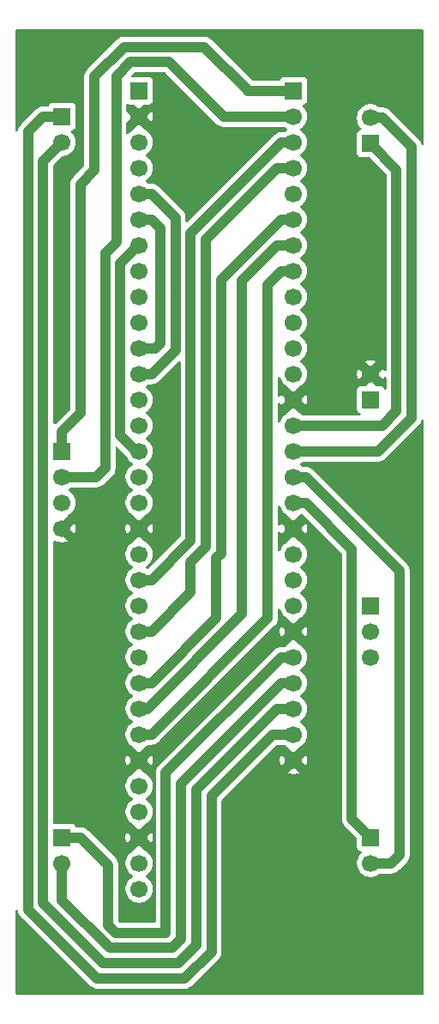
<source format=gbr>
%TF.GenerationSoftware,KiCad,Pcbnew,9.0.2*%
%TF.CreationDate,2025-12-21T22:34:27+01:00*%
%TF.ProjectId,driver_pcb,64726976-6572-45f7-9063-622e6b696361,rev?*%
%TF.SameCoordinates,PX463a840PY7ead330*%
%TF.FileFunction,Copper,L2,Bot*%
%TF.FilePolarity,Positive*%
%FSLAX46Y46*%
G04 Gerber Fmt 4.6, Leading zero omitted, Abs format (unit mm)*
G04 Created by KiCad (PCBNEW 9.0.2) date 2025-12-21 22:34:27*
%MOMM*%
%LPD*%
G01*
G04 APERTURE LIST*
%TA.AperFunction,ComponentPad*%
%ADD10C,1.700000*%
%TD*%
%TA.AperFunction,ComponentPad*%
%ADD11R,1.700000X1.700000*%
%TD*%
%TA.AperFunction,Conductor*%
%ADD12C,1.000000*%
%TD*%
G04 APERTURE END LIST*
D10*
%TO.P,J9,2,Pin_2*%
%TO.N,GND*%
X35580000Y61710000D03*
D11*
%TO.P,J9,1,Pin_1*%
%TO.N,Net-(J2-Pin_2)*%
X35580000Y59170000D03*
%TD*%
%TO.P,J2,1,Pin_1*%
%TO.N,+12V*%
X35580000Y38850000D03*
D10*
%TO.P,J2,2,Pin_2*%
%TO.N,Net-(J2-Pin_2)*%
X35580000Y36310000D03*
%TO.P,J2,3,Pin_3*%
%TO.N,unconnected-(J2-Pin_3-Pad3)*%
X35580000Y33770000D03*
%TD*%
D11*
%TO.P,J7,1,Pin_1*%
%TO.N,Net-(J7-Pin_1)*%
X5100000Y54090000D03*
D10*
%TO.P,J7,2,Pin_2*%
%TO.N,Net-(J7-Pin_2)*%
X5100000Y51550000D03*
%TO.P,J7,3,Pin_3*%
%TO.N,+5V*%
X5100000Y49010000D03*
%TO.P,J7,4,Pin_4*%
%TO.N,GND*%
X5100000Y46470000D03*
%TD*%
D11*
%TO.P,J6,1,Pin_1*%
%TO.N,Net-(J6-Pin_1)*%
X5100000Y87110000D03*
D10*
%TO.P,J6,2,Pin_2*%
%TO.N,Net-(J6-Pin_2)*%
X5100000Y84570000D03*
%TD*%
D11*
%TO.P,J8,1,Pin_1*%
%TO.N,Net-(J7-Pin_1)*%
X27960000Y89650000D03*
D10*
%TO.P,J8,2,Pin_2*%
%TO.N,Net-(J7-Pin_2)*%
X27960000Y87110000D03*
%TO.P,J8,3,Pin_3*%
%TO.N,Net-(J1-Pin_20)*%
X27960000Y84570000D03*
%TO.P,J8,4,Pin_4*%
%TO.N,Net-(J1-Pin_22)*%
X27960000Y82030000D03*
%TO.P,J8,5,Pin_5*%
%TO.N,Net-(J1-Pin_21)*%
X27960000Y79490000D03*
%TO.P,J8,6,Pin_6*%
%TO.N,Net-(J1-Pin_24)*%
X27960000Y76950000D03*
%TO.P,J8,7,Pin_7*%
%TO.N,Net-(J1-Pin_25)*%
X27960000Y74410000D03*
%TO.P,J8,8,Pin_8*%
%TO.N,Net-(J1-Pin_26)*%
X27960000Y71870000D03*
%TO.P,J8,9,Pin_9*%
%TO.N,Net-(J1-Pin_13)*%
X27960000Y69330000D03*
%TO.P,J8,10,Pin_10*%
%TO.N,unconnected-(J8-Pin_10-Pad10)*%
X27960000Y66790000D03*
%TO.P,J8,11,Pin_11*%
%TO.N,+12V*%
X27960000Y64250000D03*
%TO.P,J8,12,Pin_12*%
%TO.N,+3.3V*%
X27960000Y61710000D03*
%TO.P,J8,13,Pin_13*%
%TO.N,GND*%
X27960000Y59170000D03*
%TO.P,J8,14,Pin_14*%
%TO.N,Net-(J3-Pin_1)*%
X27960000Y56630000D03*
%TO.P,J8,15,Pin_15*%
%TO.N,Net-(J3-Pin_2)*%
X27960000Y54090000D03*
%TO.P,J8,16,Pin_16*%
%TO.N,Net-(J4-Pin_2)*%
X27960000Y51550000D03*
%TO.P,J8,17,Pin_17*%
%TO.N,Net-(J4-Pin_1)*%
X27960000Y49010000D03*
%TO.P,J8,18,Pin_18*%
%TO.N,GND*%
X27960000Y46470000D03*
%TO.P,J8,19,Pin_19*%
%TO.N,unconnected-(J8-Pin_19-Pad19)*%
X27960000Y43930000D03*
%TO.P,J8,20,Pin_20*%
%TO.N,+12V*%
X27960000Y41390000D03*
%TO.P,J8,21,Pin_21*%
%TO.N,+3.3V*%
X27960000Y38850000D03*
%TO.P,J8,22,Pin_22*%
%TO.N,GND*%
X27960000Y36310000D03*
%TO.P,J8,23,Pin_23*%
%TO.N,Net-(J5-Pin_1)*%
X27960000Y33770000D03*
%TO.P,J8,24,Pin_24*%
%TO.N,Net-(J5-Pin_2)*%
X27960000Y31230000D03*
%TO.P,J8,25,Pin_25*%
%TO.N,Net-(J6-Pin_2)*%
X27960000Y28690000D03*
%TO.P,J8,26,Pin_26*%
%TO.N,Net-(J6-Pin_1)*%
X27960000Y26150000D03*
%TO.P,J8,27,Pin_27*%
%TO.N,GND*%
X27960000Y23610000D03*
%TD*%
D11*
%TO.P,J3,1,Pin_1*%
%TO.N,Net-(J3-Pin_1)*%
X35560000Y84440000D03*
D10*
%TO.P,J3,2,Pin_2*%
%TO.N,Net-(J3-Pin_2)*%
X35560000Y86980000D03*
%TD*%
D11*
%TO.P,J4,1,Pin_1*%
%TO.N,Net-(J4-Pin_1)*%
X35580000Y15990000D03*
D10*
%TO.P,J4,2,Pin_2*%
%TO.N,Net-(J4-Pin_2)*%
X35580000Y13450000D03*
%TD*%
D11*
%TO.P,J1,1,Pin_1*%
%TO.N,+5V*%
X12720000Y89650000D03*
D10*
%TO.P,J1,2,Pin_2*%
%TO.N,GND*%
X12720000Y87110000D03*
%TO.P,J1,3,Pin_3*%
%TO.N,+3.3V*%
X12720000Y84570000D03*
%TO.P,J1,4,Pin_4*%
%TO.N,unconnected-(J1-Pin_4-Pad4)*%
X12720000Y82030000D03*
%TO.P,J1,5,Pin_5*%
%TO.N,Net-(J1-Pin_12)*%
X12720000Y79490000D03*
%TO.P,J1,6,Pin_6*%
%TO.N,Net-(J1-Pin_11)*%
X12720000Y76950000D03*
%TO.P,J1,7,Pin_7*%
%TO.N,Net-(J1-Pin_15)*%
X12720000Y74410000D03*
%TO.P,J1,8,Pin_8*%
%TO.N,Net-(J1-Pin_16)*%
X12720000Y71870000D03*
%TO.P,J1,9,Pin_9*%
%TO.N,Net-(J1-Pin_17)*%
X12720000Y69330000D03*
%TO.P,J1,10,Pin_10*%
%TO.N,unconnected-(J1-Pin_10-Pad10)*%
X12720000Y66790000D03*
%TO.P,J1,11,Pin_11*%
%TO.N,Net-(J1-Pin_11)*%
X12720000Y64250000D03*
%TO.P,J1,12,Pin_12*%
%TO.N,Net-(J1-Pin_12)*%
X12720000Y61710000D03*
%TO.P,J1,13,Pin_13*%
%TO.N,Net-(J1-Pin_13)*%
X12720000Y59170000D03*
%TO.P,J1,14,Pin_14*%
%TO.N,+3.3V*%
X12720000Y56630000D03*
%TO.P,J1,15,Pin_15*%
%TO.N,Net-(J1-Pin_15)*%
X12720000Y54090000D03*
%TO.P,J1,16,Pin_16*%
%TO.N,Net-(J1-Pin_16)*%
X12720000Y51550000D03*
%TO.P,J1,17,Pin_17*%
%TO.N,Net-(J1-Pin_17)*%
X12720000Y49010000D03*
%TO.P,J1,18,Pin_18*%
%TO.N,GND*%
X12720000Y46470000D03*
%TO.P,J1,19,Pin_19*%
%TO.N,unconnected-(J1-Pin_19-Pad19)*%
X12720000Y43930000D03*
%TO.P,J1,20,Pin_20*%
%TO.N,Net-(J1-Pin_20)*%
X12720000Y41390000D03*
%TO.P,J1,21,Pin_21*%
%TO.N,Net-(J1-Pin_21)*%
X12720000Y38850000D03*
%TO.P,J1,22,Pin_22*%
%TO.N,Net-(J1-Pin_22)*%
X12720000Y36310000D03*
%TO.P,J1,23,Pin_23*%
%TO.N,+3.3V*%
X12720000Y33770000D03*
%TO.P,J1,24,Pin_24*%
%TO.N,Net-(J1-Pin_24)*%
X12720000Y31230000D03*
%TO.P,J1,25,Pin_25*%
%TO.N,Net-(J1-Pin_25)*%
X12720000Y28690000D03*
%TO.P,J1,26,Pin_26*%
%TO.N,Net-(J1-Pin_26)*%
X12720000Y26150000D03*
%TO.P,J1,27,Pin_27*%
%TO.N,GND*%
X12720000Y23610000D03*
%TO.P,J1,28,Pin_28*%
%TO.N,unconnected-(J1-Pin_28-Pad28)*%
X12720000Y21070000D03*
%TO.P,J1,29,Pin_29*%
%TO.N,+5V*%
X12720000Y18530000D03*
%TO.P,J1,30,Pin_30*%
%TO.N,GND*%
X12720000Y15990000D03*
%TO.P,J1,31,Pin_31*%
%TO.N,+12V*%
X12720000Y13450000D03*
%TO.P,J1,32,Pin_32*%
%TO.N,unconnected-(J1-Pin_32-Pad32)*%
X12720000Y10910000D03*
%TD*%
D11*
%TO.P,J5,1,Pin_1*%
%TO.N,Net-(J5-Pin_1)*%
X5100000Y15990000D03*
D10*
%TO.P,J5,2,Pin_2*%
%TO.N,Net-(J5-Pin_2)*%
X5100000Y13450000D03*
%TD*%
D12*
%TO.N,Net-(J7-Pin_1)*%
X23429000Y89650000D02*
X27960000Y89650000D01*
X23459500Y89680500D02*
X23429000Y89650000D01*
X19169000Y93971000D02*
X23459500Y89680500D01*
X11216265Y93971000D02*
X19169000Y93971000D01*
X8290000Y81810000D02*
X8290000Y91044735D01*
X6920000Y80440000D02*
X8290000Y81810000D01*
X8290000Y91044735D02*
X11216265Y93971000D01*
X6920000Y57850000D02*
X6920000Y80440000D01*
X5100000Y54090000D02*
X5100000Y56030000D01*
X5100000Y56030000D02*
X6920000Y57850000D01*
%TO.N,Net-(J7-Pin_2)*%
X9400000Y52460000D02*
X8490000Y51550000D01*
X10460000Y91092000D02*
X10460000Y74740000D01*
X9368000Y73648000D02*
X9368000Y52492000D01*
X11838000Y92470000D02*
X10460000Y91092000D01*
X9368000Y52492000D02*
X9400000Y52460000D01*
X15680000Y92470000D02*
X11838000Y92470000D01*
X21040000Y87110000D02*
X15680000Y92470000D01*
X10460000Y74740000D02*
X9368000Y73648000D01*
X27960000Y87110000D02*
X21040000Y87110000D01*
X8490000Y51550000D02*
X5100000Y51550000D01*
%TO.N,Net-(J1-Pin_15)*%
X10869000Y55641000D02*
X12420000Y54090000D01*
X12420000Y54090000D02*
X12720000Y54090000D01*
X10869000Y72636710D02*
X10869000Y55641000D01*
X12642290Y74410000D02*
X10869000Y72636710D01*
X12720000Y74410000D02*
X12642290Y74410000D01*
%TO.N,Net-(J4-Pin_1)*%
X29162081Y49010000D02*
X27960000Y49010000D01*
X33729000Y44443081D02*
X29162081Y49010000D01*
X33729000Y17841000D02*
X33729000Y44443081D01*
X35580000Y15990000D02*
X33729000Y17841000D01*
%TO.N,Net-(J6-Pin_1)*%
X3250000Y87110000D02*
X5100000Y87110000D01*
X1748000Y85608000D02*
X3250000Y87110000D01*
X1748000Y8893796D02*
X1748000Y85608000D01*
X8554795Y2087000D02*
X1748000Y8893796D01*
X17215203Y2087000D02*
X8554795Y2087000D01*
X19853000Y4724796D02*
X17215203Y2087000D01*
X25923387Y26150000D02*
X19853000Y20079613D01*
X19853000Y20079613D02*
X19853000Y4724796D01*
X27960000Y26150000D02*
X25923387Y26150000D01*
%TO.N,Net-(J6-Pin_2)*%
X3249000Y9515530D02*
X3249000Y82719000D01*
X3249000Y82719000D02*
X5100000Y84570000D01*
X9176530Y3588000D02*
X3249000Y9515530D01*
X16593469Y3588000D02*
X9176530Y3588000D01*
X18352000Y20701347D02*
X18352000Y5346531D01*
X26340653Y28690000D02*
X18352000Y20701347D01*
X18352000Y5346531D02*
X16593469Y3588000D01*
X27960000Y28690000D02*
X26340653Y28690000D01*
%TO.N,Net-(J5-Pin_2)*%
X5100000Y9787265D02*
X5100000Y13450000D01*
X9798265Y5089000D02*
X5100000Y9787265D01*
X16851000Y5968265D02*
X15971735Y5089000D01*
X15971735Y5089000D02*
X9798265Y5089000D01*
X16851000Y21323081D02*
X16851000Y5968265D01*
X26757919Y31230000D02*
X16851000Y21323081D01*
X27960000Y31230000D02*
X26757919Y31230000D01*
%TO.N,Net-(J5-Pin_1)*%
X6950000Y15990000D02*
X5100000Y15990000D01*
X9650000Y13290000D02*
X6950000Y15990000D01*
X9650000Y7360000D02*
X9650000Y13290000D01*
X10420000Y6590000D02*
X9650000Y7360000D01*
X15350000Y6590000D02*
X10420000Y6590000D01*
X15350000Y22362081D02*
X15350000Y6590000D01*
X26757919Y33770000D02*
X15350000Y22362081D01*
X27960000Y33770000D02*
X26757919Y33770000D01*
%TO.N,GND*%
X27960000Y36310000D02*
X28037710Y36310000D01*
%TO.N,Net-(J3-Pin_2)*%
X36762081Y86980000D02*
X35560000Y86980000D01*
X39621000Y84121081D02*
X36762081Y86980000D01*
X39621000Y57386265D02*
X39621000Y84121081D01*
X36324734Y54090000D02*
X39621000Y57386265D01*
X27960000Y54090000D02*
X36324734Y54090000D01*
%TO.N,Net-(J3-Pin_1)*%
X38120000Y58008000D02*
X38120000Y81880000D01*
X36742000Y56630000D02*
X38120000Y58008000D01*
X38120000Y81880000D02*
X35560000Y84440000D01*
X27960000Y56630000D02*
X36742000Y56630000D01*
%TO.N,Net-(J4-Pin_2)*%
X37610000Y13450000D02*
X35580000Y13450000D01*
X38430000Y14270000D02*
X37610000Y13450000D01*
X38430000Y42282081D02*
X38430000Y14270000D01*
X29162081Y51550000D02*
X38430000Y42282081D01*
X27960000Y51550000D02*
X29162081Y51550000D01*
%TO.N,Net-(J1-Pin_11)*%
X14339347Y64250000D02*
X12720000Y64250000D01*
X14798000Y64708653D02*
X14339347Y64250000D01*
X14798000Y76074081D02*
X14798000Y64708653D01*
X13922081Y76950000D02*
X14798000Y76074081D01*
X12720000Y76950000D02*
X13922081Y76950000D01*
%TO.N,Net-(J1-Pin_12)*%
X13922081Y61710000D02*
X12720000Y61710000D01*
X16299000Y64086919D02*
X13922081Y61710000D01*
X16299000Y77113081D02*
X16299000Y64086919D01*
X13922081Y79490000D02*
X16299000Y77113081D01*
X12720000Y79490000D02*
X13922081Y79490000D01*
%TO.N,Net-(J1-Pin_21)*%
X12642290Y38850000D02*
X12720000Y38850000D01*
%TO.N,Net-(J1-Pin_20)*%
X27960000Y84570000D02*
X26757919Y84570000D01*
X26757919Y84570000D02*
X17800000Y75612081D01*
X17800000Y45267919D02*
X13922081Y41390000D01*
X17800000Y75612081D02*
X17800000Y45267919D01*
X13922081Y41390000D02*
X12720000Y41390000D01*
%TO.N,Net-(J1-Pin_26)*%
X13922081Y26150000D02*
X12720000Y26150000D01*
X25420000Y37647919D02*
X13922081Y26150000D01*
X27960000Y71870000D02*
X26757919Y71870000D01*
X26757919Y71870000D02*
X25420000Y70532081D01*
X25420000Y70532081D02*
X25420000Y37647919D01*
%TO.N,Net-(J1-Pin_24)*%
X26757919Y76950000D02*
X20802000Y70994081D01*
X20802000Y70994081D02*
X20802000Y44024450D01*
X20802000Y44024450D02*
X20340000Y43562451D01*
X20340000Y43562451D02*
X20340000Y37647919D01*
X27960000Y76950000D02*
X26757919Y76950000D01*
X20340000Y37647919D02*
X13922081Y31230000D01*
X13922081Y31230000D02*
X12720000Y31230000D01*
%TO.N,Net-(J1-Pin_22)*%
X26340653Y82030000D02*
X19301000Y74990347D01*
X27960000Y82030000D02*
X26340653Y82030000D01*
X13922081Y36310000D02*
X12720000Y36310000D01*
X19301000Y44646185D02*
X17800000Y43145185D01*
X17800000Y43145185D02*
X17800000Y40187919D01*
X17800000Y40187919D02*
X13922081Y36310000D01*
X19301000Y74990347D02*
X19301000Y44646185D01*
%TO.N,Net-(J1-Pin_25)*%
X26340653Y74410000D02*
X22880000Y70949347D01*
X22880000Y70949347D02*
X22880000Y38065184D01*
X27960000Y74410000D02*
X26340653Y74410000D01*
X22880000Y38065184D02*
X13504816Y28690000D01*
X13504816Y28690000D02*
X12720000Y28690000D01*
%TD*%
%TA.AperFunction,Conductor*%
%TO.N,GND*%
G36*
X16718834Y62989320D02*
G01*
X16774767Y62947448D01*
X16799184Y62881984D01*
X16799500Y62873138D01*
X16799500Y45733702D01*
X16779815Y45666663D01*
X16763181Y45646021D01*
X13638462Y42521303D01*
X13577139Y42487818D01*
X13507447Y42492802D01*
X13477898Y42508665D01*
X13427816Y42545051D01*
X13419054Y42549515D01*
X13368259Y42597488D01*
X13351463Y42665308D01*
X13373999Y42731444D01*
X13419054Y42770485D01*
X13427816Y42774949D01*
X13449789Y42790914D01*
X13599786Y42899891D01*
X13599788Y42899894D01*
X13599792Y42899896D01*
X13750104Y43050208D01*
X13750106Y43050212D01*
X13750109Y43050214D01*
X13875048Y43222180D01*
X13875047Y43222180D01*
X13875051Y43222184D01*
X13971557Y43411588D01*
X14037246Y43613757D01*
X14070500Y43823713D01*
X14070500Y44036287D01*
X14037246Y44246243D01*
X13971557Y44448412D01*
X13875051Y44637816D01*
X13875049Y44637819D01*
X13875048Y44637821D01*
X13750109Y44809787D01*
X13599786Y44960110D01*
X13427820Y45085049D01*
X13327552Y45136138D01*
X13276756Y45184113D01*
X13269506Y45213389D01*
X12720001Y45762894D01*
X12720000Y45762894D01*
X12172019Y45214915D01*
X12169669Y45196727D01*
X12124673Y45143275D01*
X12112447Y45136139D01*
X12012182Y45085051D01*
X11840213Y44960110D01*
X11689890Y44809787D01*
X11564951Y44637821D01*
X11468444Y44448415D01*
X11402753Y44246240D01*
X11369500Y44036287D01*
X11369500Y43823714D01*
X11400549Y43627675D01*
X11402754Y43613757D01*
X11452640Y43460223D01*
X11468444Y43411586D01*
X11564951Y43222180D01*
X11689890Y43050214D01*
X11840213Y42899891D01*
X12012182Y42774950D01*
X12020946Y42770484D01*
X12071742Y42722509D01*
X12088536Y42654688D01*
X12065998Y42588553D01*
X12020946Y42549516D01*
X12012182Y42545051D01*
X11840213Y42420110D01*
X11689890Y42269787D01*
X11564951Y42097821D01*
X11468444Y41908415D01*
X11402753Y41706240D01*
X11369500Y41496287D01*
X11369500Y41283714D01*
X11402284Y41076721D01*
X11402754Y41073757D01*
X11424638Y41006404D01*
X11468444Y40871586D01*
X11564951Y40682180D01*
X11689890Y40510214D01*
X11840213Y40359891D01*
X12012182Y40234950D01*
X12020946Y40230484D01*
X12071742Y40182509D01*
X12088536Y40114688D01*
X12065998Y40048553D01*
X12020946Y40009516D01*
X12012182Y40005051D01*
X11840213Y39880110D01*
X11689890Y39729787D01*
X11564951Y39557821D01*
X11468444Y39368415D01*
X11402753Y39166240D01*
X11369500Y38956287D01*
X11369500Y38743714D01*
X11402753Y38533761D01*
X11468444Y38331586D01*
X11564951Y38142180D01*
X11689890Y37970214D01*
X11840213Y37819891D01*
X12012182Y37694950D01*
X12020946Y37690484D01*
X12071742Y37642509D01*
X12088536Y37574688D01*
X12065998Y37508553D01*
X12020946Y37469516D01*
X12012182Y37465051D01*
X11840213Y37340110D01*
X11689890Y37189787D01*
X11564951Y37017821D01*
X11468444Y36828415D01*
X11402753Y36626240D01*
X11369500Y36416287D01*
X11369500Y36203714D01*
X11402735Y35993873D01*
X11402754Y35993757D01*
X11468382Y35791775D01*
X11468444Y35791586D01*
X11564951Y35602180D01*
X11689890Y35430214D01*
X11840213Y35279891D01*
X12012182Y35154950D01*
X12020946Y35150484D01*
X12071742Y35102509D01*
X12088536Y35034688D01*
X12065998Y34968553D01*
X12020946Y34929516D01*
X12012182Y34925051D01*
X11840213Y34800110D01*
X11689890Y34649787D01*
X11564951Y34477821D01*
X11468444Y34288415D01*
X11402753Y34086240D01*
X11369500Y33876287D01*
X11369500Y33663714D01*
X11402753Y33453761D01*
X11468444Y33251586D01*
X11564951Y33062180D01*
X11689890Y32890214D01*
X11840213Y32739891D01*
X12012182Y32614950D01*
X12020946Y32610484D01*
X12071742Y32562509D01*
X12088536Y32494688D01*
X12065998Y32428553D01*
X12020946Y32389516D01*
X12012182Y32385051D01*
X11840213Y32260110D01*
X11689890Y32109787D01*
X11564951Y31937821D01*
X11468444Y31748415D01*
X11402753Y31546240D01*
X11369500Y31336287D01*
X11369500Y31123714D01*
X11402753Y30913761D01*
X11468444Y30711586D01*
X11564951Y30522180D01*
X11689890Y30350214D01*
X11840213Y30199891D01*
X12012182Y30074950D01*
X12020946Y30070484D01*
X12071742Y30022509D01*
X12088536Y29954688D01*
X12065998Y29888553D01*
X12020946Y29849516D01*
X12012182Y29845051D01*
X11840213Y29720110D01*
X11689890Y29569787D01*
X11564951Y29397821D01*
X11468444Y29208415D01*
X11402753Y29006240D01*
X11369500Y28796287D01*
X11369500Y28583714D01*
X11402753Y28373761D01*
X11468444Y28171586D01*
X11564951Y27982180D01*
X11689890Y27810214D01*
X11840213Y27659891D01*
X12012182Y27534950D01*
X12020946Y27530484D01*
X12071742Y27482509D01*
X12088536Y27414688D01*
X12065998Y27348553D01*
X12020946Y27309516D01*
X12012182Y27305051D01*
X11840213Y27180110D01*
X11689890Y27029787D01*
X11564951Y26857821D01*
X11468444Y26668415D01*
X11402753Y26466240D01*
X11369500Y26256287D01*
X11369500Y26043714D01*
X11402753Y25833761D01*
X11468444Y25631586D01*
X11564951Y25442180D01*
X11689890Y25270214D01*
X11840213Y25119891D01*
X12012179Y24994952D01*
X12012181Y24994951D01*
X12012184Y24994949D01*
X12112446Y24943864D01*
X12163241Y24895890D01*
X12170490Y24866616D01*
X12720000Y24317106D01*
X12720001Y24317106D01*
X13267978Y24865085D01*
X13270328Y24883271D01*
X13315322Y24936724D01*
X13327541Y24943857D01*
X13427816Y24994949D01*
X13465283Y25022171D01*
X13603734Y25122759D01*
X13604364Y25121892D01*
X13663419Y25148359D01*
X13680200Y25149500D01*
X14020623Y25149500D01*
X14051647Y25155672D01*
X14117269Y25168725D01*
X14213917Y25187949D01*
X14267246Y25210039D01*
X14395995Y25263368D01*
X14559863Y25372861D01*
X14699220Y25512218D01*
X14699221Y25512221D01*
X14706287Y25519286D01*
X14706290Y25519290D01*
X25603247Y36416247D01*
X26610000Y36416247D01*
X26610000Y36203754D01*
X26643242Y35993873D01*
X26643242Y35993870D01*
X26708903Y35791787D01*
X26708908Y35791775D01*
X26717602Y35774711D01*
X26717603Y35774710D01*
X27252894Y36310000D01*
X27187068Y36375826D01*
X27460000Y36375826D01*
X27460000Y36244174D01*
X27494075Y36117007D01*
X27559901Y36002993D01*
X27652993Y35909901D01*
X27767007Y35844075D01*
X27894174Y35810000D01*
X28025826Y35810000D01*
X28152993Y35844075D01*
X28267007Y35909901D01*
X28360099Y36002993D01*
X28425925Y36117007D01*
X28460000Y36244174D01*
X28460000Y36310001D01*
X28667106Y36310001D01*
X28667106Y36309999D01*
X29202395Y35774710D01*
X29202395Y35774711D01*
X29211093Y35791780D01*
X29211094Y35791782D01*
X29276757Y35993870D01*
X29276757Y35993873D01*
X29310000Y36203754D01*
X29310000Y36416247D01*
X29276757Y36626128D01*
X29276757Y36626131D01*
X29211094Y36828219D01*
X29211094Y36828220D01*
X29202396Y36845292D01*
X28667106Y36310001D01*
X28460000Y36310001D01*
X28460000Y36375826D01*
X28425925Y36502993D01*
X28360099Y36617007D01*
X28267007Y36710099D01*
X28152993Y36775925D01*
X28025826Y36810000D01*
X27894174Y36810000D01*
X27767007Y36775925D01*
X27652993Y36710099D01*
X27559901Y36617007D01*
X27494075Y36502993D01*
X27460000Y36375826D01*
X27187068Y36375826D01*
X26717603Y36845291D01*
X26708904Y36828217D01*
X26643242Y36626131D01*
X26643242Y36626128D01*
X26610000Y36416247D01*
X25603247Y36416247D01*
X26057778Y36870778D01*
X26057782Y36870780D01*
X26197139Y37010137D01*
X26306632Y37174005D01*
X26382051Y37356084D01*
X26410579Y37499501D01*
X26420500Y37549376D01*
X26420500Y38434881D01*
X26440185Y38501920D01*
X26492989Y38547675D01*
X26562147Y38557619D01*
X26625703Y38528594D01*
X26662431Y38473199D01*
X26708444Y38331586D01*
X26804951Y38142180D01*
X26929890Y37970214D01*
X27080213Y37819891D01*
X27252179Y37694952D01*
X27252181Y37694951D01*
X27252184Y37694949D01*
X27352446Y37643864D01*
X27403241Y37595890D01*
X27410490Y37566616D01*
X27960000Y37017106D01*
X27960001Y37017106D01*
X28507978Y37565085D01*
X28510328Y37583271D01*
X28555322Y37636724D01*
X28567541Y37643857D01*
X28667816Y37694949D01*
X28754138Y37757665D01*
X28839786Y37819891D01*
X28839788Y37819894D01*
X28839792Y37819896D01*
X28990104Y37970208D01*
X28990106Y37970212D01*
X28990109Y37970214D01*
X29115048Y38142180D01*
X29115047Y38142180D01*
X29115051Y38142184D01*
X29211557Y38331588D01*
X29277246Y38533757D01*
X29310500Y38743713D01*
X29310500Y38956287D01*
X29277246Y39166243D01*
X29211557Y39368412D01*
X29115051Y39557816D01*
X29115049Y39557819D01*
X29115048Y39557821D01*
X28990109Y39729787D01*
X28839786Y39880110D01*
X28667820Y40005049D01*
X28667115Y40005409D01*
X28659054Y40009515D01*
X28608259Y40057488D01*
X28591463Y40125308D01*
X28613999Y40191444D01*
X28659054Y40230485D01*
X28667816Y40234949D01*
X28720174Y40272989D01*
X28839786Y40359891D01*
X28839788Y40359894D01*
X28839792Y40359896D01*
X28990104Y40510208D01*
X28990106Y40510212D01*
X28990109Y40510214D01*
X29115048Y40682180D01*
X29115047Y40682180D01*
X29115051Y40682184D01*
X29211557Y40871588D01*
X29277246Y41073757D01*
X29310500Y41283713D01*
X29310500Y41496287D01*
X29277246Y41706243D01*
X29211557Y41908412D01*
X29115051Y42097816D01*
X29115049Y42097819D01*
X29115048Y42097821D01*
X28990109Y42269787D01*
X28839786Y42420110D01*
X28667820Y42545049D01*
X28667115Y42545409D01*
X28659054Y42549515D01*
X28608259Y42597488D01*
X28591463Y42665308D01*
X28613999Y42731444D01*
X28659054Y42770485D01*
X28667816Y42774949D01*
X28689789Y42790914D01*
X28839786Y42899891D01*
X28839788Y42899894D01*
X28839792Y42899896D01*
X28990104Y43050208D01*
X28990106Y43050212D01*
X28990109Y43050214D01*
X29115048Y43222180D01*
X29115047Y43222180D01*
X29115051Y43222184D01*
X29211557Y43411588D01*
X29277246Y43613757D01*
X29310500Y43823713D01*
X29310500Y44036287D01*
X29277246Y44246243D01*
X29211557Y44448412D01*
X29115051Y44637816D01*
X29115049Y44637819D01*
X29115048Y44637821D01*
X28990109Y44809787D01*
X28839786Y44960110D01*
X28667820Y45085049D01*
X28567552Y45136138D01*
X28516756Y45184113D01*
X28509506Y45213389D01*
X27960001Y45762894D01*
X27960000Y45762894D01*
X27412019Y45214915D01*
X27409669Y45196727D01*
X27364673Y45143275D01*
X27352447Y45136139D01*
X27252182Y45085051D01*
X27080213Y44960110D01*
X26929890Y44809787D01*
X26804951Y44637821D01*
X26708444Y44448415D01*
X26662431Y44306802D01*
X26622993Y44249126D01*
X26558635Y44221928D01*
X26489788Y44233843D01*
X26438313Y44281087D01*
X26420500Y44345120D01*
X26420500Y46056497D01*
X26440185Y46123536D01*
X26492989Y46169291D01*
X26562147Y46179235D01*
X26625703Y46150210D01*
X26662431Y46094815D01*
X26708903Y45951787D01*
X26708908Y45951775D01*
X26717602Y45934711D01*
X26717603Y45934710D01*
X27252894Y46470000D01*
X27187068Y46535826D01*
X27460000Y46535826D01*
X27460000Y46404174D01*
X27494075Y46277007D01*
X27559901Y46162993D01*
X27652993Y46069901D01*
X27767007Y46004075D01*
X27894174Y45970000D01*
X28025826Y45970000D01*
X28152993Y46004075D01*
X28267007Y46069901D01*
X28360099Y46162993D01*
X28425925Y46277007D01*
X28460000Y46404174D01*
X28460000Y46470001D01*
X28667106Y46470001D01*
X28667106Y46469999D01*
X29202395Y45934710D01*
X29202395Y45934711D01*
X29211093Y45951780D01*
X29211094Y45951782D01*
X29276757Y46153870D01*
X29276757Y46153873D01*
X29310000Y46363754D01*
X29310000Y46576247D01*
X29276757Y46786128D01*
X29276757Y46786131D01*
X29211094Y46988219D01*
X29211094Y46988220D01*
X29202396Y47005292D01*
X28667106Y46470001D01*
X28460000Y46470001D01*
X28460000Y46535826D01*
X28425925Y46662993D01*
X28360099Y46777007D01*
X28267007Y46870099D01*
X28152993Y46935925D01*
X28025826Y46970000D01*
X27894174Y46970000D01*
X27767007Y46935925D01*
X27652993Y46870099D01*
X27559901Y46777007D01*
X27494075Y46662993D01*
X27460000Y46535826D01*
X27187068Y46535826D01*
X26717603Y47005291D01*
X26708904Y46988217D01*
X26662431Y46845186D01*
X26622993Y46787510D01*
X26558635Y46760312D01*
X26489788Y46772227D01*
X26438313Y46819471D01*
X26420500Y46883504D01*
X26420500Y48594881D01*
X26440185Y48661920D01*
X26492989Y48707675D01*
X26562147Y48717619D01*
X26625703Y48688594D01*
X26662431Y48633199D01*
X26708444Y48491586D01*
X26804951Y48302180D01*
X26929890Y48130214D01*
X27080213Y47979891D01*
X27252179Y47854952D01*
X27252181Y47854951D01*
X27252184Y47854949D01*
X27352446Y47803864D01*
X27403241Y47755890D01*
X27410490Y47726616D01*
X27960000Y47177106D01*
X27960001Y47177106D01*
X28504963Y47722070D01*
X28508483Y47728993D01*
X28510328Y47743271D01*
X28524001Y47759515D01*
X28533624Y47778442D01*
X28550707Y47791242D01*
X28555322Y47796724D01*
X28561244Y47800415D01*
X28564334Y47802223D01*
X28667816Y47854949D01*
X28722870Y47894949D01*
X28728178Y47898053D01*
X28756356Y47905058D01*
X28783702Y47914815D01*
X28789854Y47913385D01*
X28795984Y47914908D01*
X28823474Y47905567D01*
X28851756Y47898990D01*
X28858979Y47893502D01*
X28862139Y47892428D01*
X28864808Y47889073D01*
X28878463Y47878698D01*
X32692181Y44064980D01*
X32725666Y44003657D01*
X32728500Y43977299D01*
X32728500Y17742456D01*
X32763211Y17567952D01*
X32763212Y17567949D01*
X32766949Y17549165D01*
X32766950Y17549161D01*
X32842364Y17367093D01*
X32842371Y17367080D01*
X32951859Y17203220D01*
X32951860Y17203219D01*
X32951861Y17203218D01*
X33091218Y17063861D01*
X33091219Y17063861D01*
X33098286Y17056794D01*
X33098285Y17056794D01*
X33098289Y17056791D01*
X34193181Y15961898D01*
X34226666Y15900575D01*
X34229500Y15874217D01*
X34229500Y15092130D01*
X34229501Y15092124D01*
X34235908Y15032517D01*
X34286202Y14897672D01*
X34286206Y14897665D01*
X34372452Y14782456D01*
X34372455Y14782453D01*
X34487664Y14696207D01*
X34487671Y14696203D01*
X34619082Y14647190D01*
X34675016Y14605319D01*
X34699433Y14539855D01*
X34684582Y14471582D01*
X34663431Y14443327D01*
X34549889Y14329785D01*
X34424951Y14157821D01*
X34328444Y13968415D01*
X34262753Y13766240D01*
X34229500Y13556287D01*
X34229500Y13343714D01*
X34262753Y13133761D01*
X34328444Y12931586D01*
X34424951Y12742180D01*
X34549890Y12570214D01*
X34700213Y12419891D01*
X34872179Y12294952D01*
X34872181Y12294951D01*
X34872184Y12294949D01*
X35061588Y12198443D01*
X35263757Y12132754D01*
X35473713Y12099500D01*
X35473714Y12099500D01*
X35686286Y12099500D01*
X35686287Y12099500D01*
X35896243Y12132754D01*
X36098412Y12198443D01*
X36287816Y12294949D01*
X36302769Y12305814D01*
X36463734Y12422759D01*
X36464364Y12421892D01*
X36523419Y12448359D01*
X36540200Y12449500D01*
X37708542Y12449500D01*
X37746474Y12457046D01*
X37805188Y12468725D01*
X37901836Y12487949D01*
X37961976Y12512860D01*
X38083914Y12563368D01*
X38247782Y12672861D01*
X38387139Y12812218D01*
X38387140Y12812220D01*
X38394206Y12819286D01*
X38394209Y12819290D01*
X39067778Y13492859D01*
X39067782Y13492861D01*
X39207139Y13632218D01*
X39316632Y13796086D01*
X39371182Y13927782D01*
X39392051Y13978164D01*
X39430500Y14171460D01*
X39430500Y14368540D01*
X39430500Y42380622D01*
X39430500Y42380625D01*
X39392052Y42573912D01*
X39392051Y42573913D01*
X39392051Y42573916D01*
X39381081Y42600399D01*
X39364033Y42641557D01*
X39330502Y42722509D01*
X39316635Y42755988D01*
X39316634Y42755989D01*
X39316632Y42755995D01*
X39207139Y42919863D01*
X39067782Y43059220D01*
X39067781Y43059221D01*
X29946289Y52180712D01*
X29946287Y52180715D01*
X29946287Y52180714D01*
X29939220Y52187781D01*
X29939220Y52187782D01*
X29799863Y52327139D01*
X29799862Y52327140D01*
X29799861Y52327141D01*
X29636001Y52436629D01*
X29635992Y52436634D01*
X29563396Y52466704D01*
X29507246Y52489962D01*
X29453917Y52512051D01*
X29453913Y52512052D01*
X29453909Y52512054D01*
X29357269Y52531276D01*
X29260625Y52550500D01*
X29260622Y52550500D01*
X28920200Y52550500D01*
X28853161Y52570185D01*
X28840634Y52579494D01*
X28667820Y52705049D01*
X28663139Y52707434D01*
X28659054Y52709515D01*
X28608259Y52757488D01*
X28591463Y52825308D01*
X28613999Y52891444D01*
X28659054Y52930485D01*
X28667816Y52934949D01*
X28754138Y52997665D01*
X28843734Y53062759D01*
X28844364Y53061892D01*
X28903419Y53088359D01*
X28920200Y53089500D01*
X36423276Y53089500D01*
X36454300Y53095672D01*
X36519922Y53108725D01*
X36616570Y53127949D01*
X36669899Y53150039D01*
X36798648Y53203368D01*
X36962516Y53312861D01*
X37101873Y53452218D01*
X37101873Y53452220D01*
X37112081Y53462427D01*
X37112082Y53462430D01*
X40398139Y56748483D01*
X40445605Y56819521D01*
X40507631Y56912349D01*
X40507636Y56912359D01*
X40583049Y57094426D01*
X40583051Y57094430D01*
X40588410Y57121368D01*
X40591269Y57135743D01*
X40593883Y57148881D01*
X40626267Y57210792D01*
X40686983Y57245366D01*
X40756753Y57241627D01*
X40813425Y57200761D01*
X40839006Y57135743D01*
X40839500Y57124690D01*
X40839500Y624500D01*
X40819815Y557461D01*
X40767011Y511706D01*
X40715500Y500500D01*
X634500Y500500D01*
X567461Y520185D01*
X521706Y572989D01*
X510500Y624500D01*
X510500Y8727741D01*
X530185Y8794780D01*
X582989Y8840535D01*
X652147Y8850479D01*
X715703Y8821454D01*
X753477Y8762676D01*
X756117Y8751933D01*
X785947Y8601967D01*
X785950Y8601957D01*
X861364Y8419889D01*
X861371Y8419876D01*
X970859Y8256016D01*
X970860Y8256015D01*
X970861Y8256014D01*
X1110218Y8116657D01*
X1110219Y8116657D01*
X1117286Y8109590D01*
X1117285Y8109590D01*
X1117289Y8109587D01*
X7917010Y1309863D01*
X7917014Y1309860D01*
X8080874Y1200372D01*
X8080880Y1200369D01*
X8080881Y1200368D01*
X8262960Y1124948D01*
X8456250Y1086500D01*
X8456253Y1086499D01*
X8456255Y1086499D01*
X8659450Y1086499D01*
X8659470Y1086500D01*
X17313745Y1086500D01*
X17344769Y1092672D01*
X17410391Y1105725D01*
X17507039Y1124949D01*
X17560368Y1147039D01*
X17689117Y1200368D01*
X17852985Y1309861D01*
X17992342Y1449218D01*
X17992342Y1449220D01*
X18002550Y1459427D01*
X18002551Y1459430D01*
X20630140Y4087015D01*
X20657419Y4127843D01*
X20739632Y4250882D01*
X20779044Y4346031D01*
X20815052Y4432960D01*
X20853501Y4626256D01*
X20853501Y4823336D01*
X20853501Y4828446D01*
X20853500Y4828472D01*
X20853500Y19613831D01*
X20873185Y19680870D01*
X20889819Y19701512D01*
X23555912Y22367604D01*
X27424708Y22367604D01*
X27441780Y22358906D01*
X27643871Y22293243D01*
X27853754Y22260000D01*
X28066246Y22260000D01*
X28276127Y22293243D01*
X28276130Y22293243D01*
X28478218Y22358906D01*
X28478220Y22358907D01*
X28495289Y22367605D01*
X28495290Y22367605D01*
X27960001Y22902894D01*
X27960000Y22902894D01*
X27424708Y22367604D01*
X23555912Y22367604D01*
X23686598Y22498290D01*
X24904555Y23716247D01*
X26610000Y23716247D01*
X26610000Y23503754D01*
X26643242Y23293873D01*
X26643242Y23293870D01*
X26708903Y23091787D01*
X26708908Y23091775D01*
X26717602Y23074711D01*
X26717603Y23074710D01*
X27252894Y23610000D01*
X27187068Y23675826D01*
X27460000Y23675826D01*
X27460000Y23544174D01*
X27494075Y23417007D01*
X27559901Y23302993D01*
X27652993Y23209901D01*
X27767007Y23144075D01*
X27894174Y23110000D01*
X28025826Y23110000D01*
X28152993Y23144075D01*
X28267007Y23209901D01*
X28360099Y23302993D01*
X28425925Y23417007D01*
X28460000Y23544174D01*
X28460000Y23610001D01*
X28667106Y23610001D01*
X28667106Y23609999D01*
X29202395Y23074710D01*
X29202395Y23074711D01*
X29211093Y23091780D01*
X29211094Y23091782D01*
X29276757Y23293870D01*
X29276757Y23293873D01*
X29310000Y23503754D01*
X29310000Y23716247D01*
X29276757Y23926128D01*
X29276757Y23926131D01*
X29211094Y24128219D01*
X29211094Y24128220D01*
X29202396Y24145292D01*
X28667106Y23610001D01*
X28460000Y23610001D01*
X28460000Y23675826D01*
X28425925Y23802993D01*
X28360099Y23917007D01*
X28267007Y24010099D01*
X28152993Y24075925D01*
X28025826Y24110000D01*
X27894174Y24110000D01*
X27767007Y24075925D01*
X27652993Y24010099D01*
X27559901Y23917007D01*
X27494075Y23802993D01*
X27460000Y23675826D01*
X27187068Y23675826D01*
X26717603Y24145291D01*
X26708904Y24128217D01*
X26643242Y23926131D01*
X26643242Y23926128D01*
X26610000Y23716247D01*
X24904555Y23716247D01*
X26301489Y25113181D01*
X26362812Y25146666D01*
X26389170Y25149500D01*
X26999800Y25149500D01*
X27066839Y25129815D01*
X27079365Y25120507D01*
X27252179Y24994952D01*
X27252181Y24994951D01*
X27252184Y24994949D01*
X27352446Y24943864D01*
X27403241Y24895890D01*
X27410490Y24866616D01*
X27960000Y24317106D01*
X27960001Y24317106D01*
X28507978Y24865085D01*
X28510328Y24883271D01*
X28555322Y24936724D01*
X28567541Y24943857D01*
X28667816Y24994949D01*
X28830550Y25113181D01*
X28839786Y25119891D01*
X28839788Y25119894D01*
X28839792Y25119896D01*
X28990104Y25270208D01*
X28990106Y25270212D01*
X28990109Y25270214D01*
X29115048Y25442180D01*
X29115047Y25442180D01*
X29115051Y25442184D01*
X29211557Y25631588D01*
X29277246Y25833757D01*
X29310500Y26043713D01*
X29310500Y26256287D01*
X29277246Y26466243D01*
X29211557Y26668412D01*
X29115051Y26857816D01*
X29115049Y26857819D01*
X29115048Y26857821D01*
X28990109Y27029787D01*
X28839786Y27180110D01*
X28667820Y27305049D01*
X28667115Y27305409D01*
X28659054Y27309515D01*
X28608259Y27357488D01*
X28591463Y27425308D01*
X28613999Y27491444D01*
X28659054Y27530485D01*
X28667816Y27534949D01*
X28830550Y27653181D01*
X28839786Y27659891D01*
X28839788Y27659894D01*
X28839792Y27659896D01*
X28990104Y27810208D01*
X28990106Y27810212D01*
X28990109Y27810214D01*
X29115048Y27982180D01*
X29115047Y27982180D01*
X29115051Y27982184D01*
X29211557Y28171588D01*
X29277246Y28373757D01*
X29310500Y28583713D01*
X29310500Y28796287D01*
X29277246Y29006243D01*
X29211557Y29208412D01*
X29115051Y29397816D01*
X29115049Y29397819D01*
X29115048Y29397821D01*
X28990109Y29569787D01*
X28839786Y29720110D01*
X28667820Y29845049D01*
X28667115Y29845409D01*
X28659054Y29849515D01*
X28608259Y29897488D01*
X28591463Y29965308D01*
X28613999Y30031444D01*
X28659054Y30070485D01*
X28667816Y30074949D01*
X28803578Y30173585D01*
X28839786Y30199891D01*
X28839788Y30199894D01*
X28839792Y30199896D01*
X28990104Y30350208D01*
X28990106Y30350212D01*
X28990109Y30350214D01*
X29115048Y30522180D01*
X29115047Y30522180D01*
X29115051Y30522184D01*
X29211557Y30711588D01*
X29277246Y30913757D01*
X29310500Y31123713D01*
X29310500Y31336287D01*
X29277246Y31546243D01*
X29211557Y31748412D01*
X29115051Y31937816D01*
X29115049Y31937819D01*
X29115048Y31937821D01*
X28990109Y32109787D01*
X28839786Y32260110D01*
X28667820Y32385049D01*
X28667115Y32385409D01*
X28659054Y32389515D01*
X28608259Y32437488D01*
X28591463Y32505308D01*
X28613999Y32571444D01*
X28659054Y32610485D01*
X28667816Y32614949D01*
X28728485Y32659027D01*
X28839786Y32739891D01*
X28839788Y32739894D01*
X28839792Y32739896D01*
X28990104Y32890208D01*
X28990106Y32890212D01*
X28990109Y32890214D01*
X29115048Y33062180D01*
X29115047Y33062180D01*
X29115051Y33062184D01*
X29211557Y33251588D01*
X29277246Y33453757D01*
X29310500Y33663713D01*
X29310500Y33876287D01*
X29277246Y34086243D01*
X29211557Y34288412D01*
X29115051Y34477816D01*
X29115049Y34477819D01*
X29115048Y34477821D01*
X28990109Y34649787D01*
X28839786Y34800110D01*
X28667820Y34925049D01*
X28567552Y34976138D01*
X28516756Y35024113D01*
X28509506Y35053389D01*
X27960001Y35602894D01*
X27960000Y35602894D01*
X27412019Y35054915D01*
X27409669Y35036727D01*
X27364673Y34983275D01*
X27352447Y34976139D01*
X27252182Y34925051D01*
X27076266Y34797241D01*
X27075635Y34798109D01*
X27016581Y34771641D01*
X26999800Y34770500D01*
X26659374Y34770500D01*
X26562731Y34751276D01*
X26466086Y34732053D01*
X26466080Y34732051D01*
X26412753Y34709963D01*
X26412753Y34709962D01*
X26369837Y34692186D01*
X26284003Y34656632D01*
X26284002Y34656632D01*
X26160964Y34574421D01*
X26160965Y34574420D01*
X26120137Y34547141D01*
X26120134Y34547138D01*
X17406759Y25833761D01*
X14712220Y23139222D01*
X14712218Y23139220D01*
X14664785Y23091787D01*
X14572859Y22999862D01*
X14463371Y22836002D01*
X14463364Y22835989D01*
X14387950Y22653921D01*
X14387947Y22653911D01*
X14349500Y22460625D01*
X14349500Y7714500D01*
X14329815Y7647461D01*
X14277011Y7601706D01*
X14225500Y7590500D01*
X10885783Y7590500D01*
X10856342Y7599145D01*
X10826356Y7605668D01*
X10821340Y7609423D01*
X10818744Y7610185D01*
X10798102Y7626819D01*
X10686819Y7738102D01*
X10653334Y7799425D01*
X10650500Y7825783D01*
X10650500Y13185325D01*
X10650501Y13185346D01*
X10650501Y13388543D01*
X10620977Y13536967D01*
X10620977Y13536968D01*
X10617134Y13556287D01*
X11369500Y13556287D01*
X11369500Y13343714D01*
X11402753Y13133761D01*
X11468444Y12931586D01*
X11564951Y12742180D01*
X11689890Y12570214D01*
X11840213Y12419891D01*
X12012182Y12294950D01*
X12020946Y12290484D01*
X12071742Y12242509D01*
X12088536Y12174688D01*
X12065998Y12108553D01*
X12020946Y12069516D01*
X12012182Y12065051D01*
X11840213Y11940110D01*
X11689890Y11789787D01*
X11564951Y11617821D01*
X11468444Y11428415D01*
X11402753Y11226240D01*
X11369500Y11016287D01*
X11369500Y10803714D01*
X11402753Y10593761D01*
X11468444Y10391586D01*
X11564951Y10202180D01*
X11689890Y10030214D01*
X11840213Y9879891D01*
X12012179Y9754952D01*
X12012181Y9754951D01*
X12012184Y9754949D01*
X12201588Y9658443D01*
X12403757Y9592754D01*
X12613713Y9559500D01*
X12613714Y9559500D01*
X12826286Y9559500D01*
X12826287Y9559500D01*
X13036243Y9592754D01*
X13238412Y9658443D01*
X13427816Y9754949D01*
X13449789Y9770914D01*
X13599786Y9879891D01*
X13599788Y9879894D01*
X13599792Y9879896D01*
X13750104Y10030208D01*
X13750106Y10030212D01*
X13750109Y10030214D01*
X13875048Y10202180D01*
X13875047Y10202180D01*
X13875051Y10202184D01*
X13971557Y10391588D01*
X14037246Y10593757D01*
X14070500Y10803713D01*
X14070500Y11016287D01*
X14037246Y11226243D01*
X13971557Y11428412D01*
X13875051Y11617816D01*
X13875049Y11617819D01*
X13875048Y11617821D01*
X13750109Y11789787D01*
X13599786Y11940110D01*
X13427820Y12065049D01*
X13427115Y12065409D01*
X13419054Y12069515D01*
X13368259Y12117488D01*
X13351463Y12185308D01*
X13373999Y12251444D01*
X13419054Y12290485D01*
X13427816Y12294949D01*
X13449789Y12310914D01*
X13599786Y12419891D01*
X13599788Y12419894D01*
X13599792Y12419896D01*
X13750104Y12570208D01*
X13750106Y12570212D01*
X13750109Y12570214D01*
X13875048Y12742180D01*
X13875047Y12742180D01*
X13875051Y12742184D01*
X13971557Y12931588D01*
X14037246Y13133757D01*
X14070500Y13343713D01*
X14070500Y13556287D01*
X14037246Y13766243D01*
X13971557Y13968412D01*
X13875051Y14157816D01*
X13875049Y14157819D01*
X13875048Y14157821D01*
X13750109Y14329787D01*
X13599786Y14480110D01*
X13427820Y14605049D01*
X13327552Y14656138D01*
X13276756Y14704113D01*
X13269506Y14733389D01*
X12720001Y15282894D01*
X12720000Y15282894D01*
X12172019Y14734915D01*
X12169669Y14716727D01*
X12124673Y14663275D01*
X12112447Y14656139D01*
X12012182Y14605051D01*
X11840213Y14480110D01*
X11689890Y14329787D01*
X11564951Y14157821D01*
X11468444Y13968415D01*
X11402753Y13766240D01*
X11369500Y13556287D01*
X10617134Y13556287D01*
X10612053Y13581828D01*
X10612052Y13581835D01*
X10536632Y13763914D01*
X10536631Y13763915D01*
X10536628Y13763921D01*
X10427140Y13927782D01*
X10427137Y13927785D01*
X8341482Y16013438D01*
X8258673Y16096247D01*
X11370000Y16096247D01*
X11370000Y15883754D01*
X11403242Y15673873D01*
X11403242Y15673870D01*
X11468903Y15471787D01*
X11468908Y15471775D01*
X11477602Y15454711D01*
X11477603Y15454710D01*
X12012894Y15990000D01*
X11947068Y16055826D01*
X12220000Y16055826D01*
X12220000Y15924174D01*
X12254075Y15797007D01*
X12319901Y15682993D01*
X12412993Y15589901D01*
X12527007Y15524075D01*
X12654174Y15490000D01*
X12785826Y15490000D01*
X12912993Y15524075D01*
X13027007Y15589901D01*
X13120099Y15682993D01*
X13185925Y15797007D01*
X13220000Y15924174D01*
X13220000Y15990001D01*
X13427106Y15990001D01*
X13427106Y15989999D01*
X13962395Y15454710D01*
X13962395Y15454711D01*
X13971093Y15471780D01*
X13971094Y15471782D01*
X14036757Y15673870D01*
X14036757Y15673873D01*
X14070000Y15883754D01*
X14070000Y16096247D01*
X14036757Y16306128D01*
X14036757Y16306131D01*
X13971094Y16508219D01*
X13971094Y16508220D01*
X13962396Y16525292D01*
X13427106Y15990001D01*
X13220000Y15990001D01*
X13220000Y16055826D01*
X13185925Y16182993D01*
X13120099Y16297007D01*
X13027007Y16390099D01*
X12912993Y16455925D01*
X12785826Y16490000D01*
X12654174Y16490000D01*
X12527007Y16455925D01*
X12412993Y16390099D01*
X12319901Y16297007D01*
X12254075Y16182993D01*
X12220000Y16055826D01*
X11947068Y16055826D01*
X11477603Y16525291D01*
X11468904Y16508217D01*
X11403242Y16306131D01*
X11403242Y16306128D01*
X11370000Y16096247D01*
X8258673Y16096247D01*
X7734209Y16620711D01*
X7734206Y16620715D01*
X7734206Y16620714D01*
X7727139Y16627781D01*
X7727139Y16627782D01*
X7587782Y16767139D01*
X7587781Y16767140D01*
X7587780Y16767141D01*
X7423920Y16876629D01*
X7423911Y16876634D01*
X7351315Y16906704D01*
X7295165Y16929962D01*
X7241836Y16952051D01*
X7241832Y16952052D01*
X7241828Y16952054D01*
X7145188Y16971276D01*
X7048544Y16990500D01*
X7048541Y16990500D01*
X6514141Y16990500D01*
X6447102Y17010185D01*
X6401347Y17062989D01*
X6397969Y17071141D01*
X6393796Y17082331D01*
X6393793Y17082335D01*
X6393793Y17082336D01*
X6307547Y17197545D01*
X6307544Y17197548D01*
X6192335Y17283794D01*
X6192328Y17283798D01*
X6057482Y17334092D01*
X6057483Y17334092D01*
X5997883Y17340499D01*
X5997881Y17340500D01*
X5997873Y17340500D01*
X5997865Y17340500D01*
X4373500Y17340500D01*
X4306461Y17360185D01*
X4260706Y17412989D01*
X4249500Y17464500D01*
X4249500Y21176287D01*
X11369500Y21176287D01*
X11369500Y20963714D01*
X11402753Y20753761D01*
X11468444Y20551586D01*
X11564951Y20362180D01*
X11689890Y20190214D01*
X11840213Y20039891D01*
X12012182Y19914950D01*
X12020946Y19910484D01*
X12071742Y19862509D01*
X12088536Y19794688D01*
X12065998Y19728553D01*
X12020946Y19689516D01*
X12012182Y19685051D01*
X11840213Y19560110D01*
X11689890Y19409787D01*
X11564951Y19237821D01*
X11468444Y19048415D01*
X11402753Y18846240D01*
X11369500Y18636287D01*
X11369500Y18423714D01*
X11402753Y18213761D01*
X11468444Y18011586D01*
X11564951Y17822180D01*
X11689890Y17650214D01*
X11840213Y17499891D01*
X12012179Y17374952D01*
X12012181Y17374951D01*
X12012184Y17374949D01*
X12112446Y17323864D01*
X12163241Y17275890D01*
X12170490Y17246616D01*
X12720000Y16697106D01*
X12720001Y16697106D01*
X13267978Y17245085D01*
X13270328Y17263271D01*
X13315322Y17316724D01*
X13327541Y17323857D01*
X13427816Y17374949D01*
X13480174Y17412989D01*
X13599786Y17499891D01*
X13599788Y17499894D01*
X13599792Y17499896D01*
X13750104Y17650208D01*
X13750106Y17650212D01*
X13750109Y17650214D01*
X13875048Y17822180D01*
X13875047Y17822180D01*
X13875051Y17822184D01*
X13971557Y18011588D01*
X14037246Y18213757D01*
X14070500Y18423713D01*
X14070500Y18636287D01*
X14037246Y18846243D01*
X13971557Y19048412D01*
X13875051Y19237816D01*
X13875049Y19237819D01*
X13875048Y19237821D01*
X13750109Y19409787D01*
X13599786Y19560110D01*
X13427820Y19685049D01*
X13427115Y19685409D01*
X13419054Y19689515D01*
X13368259Y19737488D01*
X13351463Y19805308D01*
X13373999Y19871444D01*
X13419054Y19910485D01*
X13427816Y19914949D01*
X13449789Y19930914D01*
X13599786Y20039891D01*
X13599788Y20039894D01*
X13599792Y20039896D01*
X13750104Y20190208D01*
X13750106Y20190212D01*
X13750109Y20190214D01*
X13875048Y20362180D01*
X13875047Y20362180D01*
X13875051Y20362184D01*
X13971557Y20551588D01*
X14037246Y20753757D01*
X14070500Y20963713D01*
X14070500Y21176287D01*
X14037246Y21386243D01*
X13971557Y21588412D01*
X13875051Y21777816D01*
X13875049Y21777819D01*
X13875048Y21777821D01*
X13750109Y21949787D01*
X13599786Y22100110D01*
X13427820Y22225049D01*
X13327552Y22276138D01*
X13276756Y22324113D01*
X13269506Y22353389D01*
X12720001Y22902894D01*
X12720000Y22902894D01*
X12172019Y22354915D01*
X12169669Y22336727D01*
X12124673Y22283275D01*
X12112447Y22276139D01*
X12012182Y22225051D01*
X11840213Y22100110D01*
X11689890Y21949787D01*
X11564951Y21777821D01*
X11468444Y21588415D01*
X11402753Y21386240D01*
X11369500Y21176287D01*
X4249500Y21176287D01*
X4249500Y23716247D01*
X11370000Y23716247D01*
X11370000Y23503754D01*
X11403242Y23293873D01*
X11403242Y23293870D01*
X11468903Y23091787D01*
X11468908Y23091775D01*
X11477602Y23074711D01*
X11477603Y23074710D01*
X12012894Y23610000D01*
X11947068Y23675826D01*
X12220000Y23675826D01*
X12220000Y23544174D01*
X12254075Y23417007D01*
X12319901Y23302993D01*
X12412993Y23209901D01*
X12527007Y23144075D01*
X12654174Y23110000D01*
X12785826Y23110000D01*
X12912993Y23144075D01*
X13027007Y23209901D01*
X13120099Y23302993D01*
X13185925Y23417007D01*
X13220000Y23544174D01*
X13220000Y23610001D01*
X13427106Y23610001D01*
X13427106Y23609999D01*
X13962395Y23074710D01*
X13962395Y23074711D01*
X13971093Y23091780D01*
X13971094Y23091782D01*
X14036757Y23293870D01*
X14036757Y23293873D01*
X14070000Y23503754D01*
X14070000Y23716247D01*
X14036757Y23926128D01*
X14036757Y23926131D01*
X13971094Y24128219D01*
X13971094Y24128220D01*
X13962396Y24145292D01*
X13427106Y23610001D01*
X13220000Y23610001D01*
X13220000Y23675826D01*
X13185925Y23802993D01*
X13120099Y23917007D01*
X13027007Y24010099D01*
X12912993Y24075925D01*
X12785826Y24110000D01*
X12654174Y24110000D01*
X12527007Y24075925D01*
X12412993Y24010099D01*
X12319901Y23917007D01*
X12254075Y23802993D01*
X12220000Y23675826D01*
X11947068Y23675826D01*
X11477603Y24145291D01*
X11468904Y24128217D01*
X11403242Y23926131D01*
X11403242Y23926128D01*
X11370000Y23716247D01*
X4249500Y23716247D01*
X4249500Y45185862D01*
X4269185Y45252901D01*
X4321989Y45298656D01*
X4391147Y45308600D01*
X4429795Y45296347D01*
X4581782Y45218905D01*
X4783870Y45153243D01*
X4993754Y45120000D01*
X5206246Y45120000D01*
X5416127Y45153243D01*
X5416130Y45153243D01*
X5618218Y45218906D01*
X5618220Y45218907D01*
X5635289Y45227605D01*
X5635290Y45227605D01*
X4834128Y46028767D01*
X4820264Y46054156D01*
X4907007Y46004075D01*
X5034174Y45970000D01*
X5165826Y45970000D01*
X5292993Y46004075D01*
X5407007Y46069901D01*
X5500099Y46162993D01*
X5565925Y46277007D01*
X5600000Y46404174D01*
X5600000Y46470001D01*
X5807106Y46470001D01*
X5807106Y46470000D01*
X6342395Y45934710D01*
X6342395Y45934711D01*
X6351093Y45951780D01*
X6351094Y45951782D01*
X6416757Y46153870D01*
X6416757Y46153873D01*
X6450000Y46363754D01*
X6450000Y46576247D01*
X11370000Y46576247D01*
X11370000Y46363754D01*
X11403242Y46153873D01*
X11403242Y46153870D01*
X11468903Y45951787D01*
X11468908Y45951775D01*
X11477602Y45934711D01*
X11477603Y45934710D01*
X12012894Y46470000D01*
X11947068Y46535826D01*
X12220000Y46535826D01*
X12220000Y46404174D01*
X12254075Y46277007D01*
X12319901Y46162993D01*
X12412993Y46069901D01*
X12527007Y46004075D01*
X12654174Y45970000D01*
X12785826Y45970000D01*
X12912993Y46004075D01*
X13027007Y46069901D01*
X13120099Y46162993D01*
X13185925Y46277007D01*
X13220000Y46404174D01*
X13220000Y46470001D01*
X13427106Y46470001D01*
X13427106Y46469999D01*
X13962395Y45934710D01*
X13962395Y45934711D01*
X13971093Y45951780D01*
X13971094Y45951782D01*
X14036757Y46153870D01*
X14036757Y46153873D01*
X14070000Y46363754D01*
X14070000Y46576247D01*
X14036757Y46786128D01*
X14036757Y46786131D01*
X13971094Y46988219D01*
X13971094Y46988220D01*
X13962396Y47005292D01*
X13427106Y46470001D01*
X13220000Y46470001D01*
X13220000Y46535826D01*
X13185925Y46662993D01*
X13120099Y46777007D01*
X13027007Y46870099D01*
X12912993Y46935925D01*
X12785826Y46970000D01*
X12654174Y46970000D01*
X12527007Y46935925D01*
X12412993Y46870099D01*
X12319901Y46777007D01*
X12254075Y46662993D01*
X12220000Y46535826D01*
X11947068Y46535826D01*
X11477603Y47005291D01*
X11468904Y46988217D01*
X11403242Y46786131D01*
X11403242Y46786128D01*
X11370000Y46576247D01*
X6450000Y46576247D01*
X6416757Y46786128D01*
X6416757Y46786131D01*
X6351094Y46988219D01*
X6351094Y46988220D01*
X6342396Y47005292D01*
X5807106Y46470001D01*
X5600000Y46470001D01*
X5600000Y46535826D01*
X5565925Y46662993D01*
X5500099Y46777007D01*
X5407007Y46870099D01*
X5292993Y46935925D01*
X5165826Y46970000D01*
X5034174Y46970000D01*
X4907007Y46935925D01*
X4816362Y46883592D01*
X4834128Y46911234D01*
X5647978Y47725085D01*
X5650328Y47743271D01*
X5695322Y47796724D01*
X5707541Y47803857D01*
X5807816Y47854949D01*
X5943578Y47953585D01*
X5979786Y47979891D01*
X5979788Y47979894D01*
X5979792Y47979896D01*
X6130104Y48130208D01*
X6130106Y48130212D01*
X6130109Y48130214D01*
X6255048Y48302180D01*
X6255047Y48302180D01*
X6255051Y48302184D01*
X6351557Y48491588D01*
X6417246Y48693757D01*
X6450500Y48903713D01*
X6450500Y49116287D01*
X6417246Y49326243D01*
X6351557Y49528412D01*
X6255051Y49717816D01*
X6255049Y49717819D01*
X6255048Y49717821D01*
X6130109Y49889787D01*
X5979786Y50040110D01*
X5807820Y50165049D01*
X5807115Y50165409D01*
X5799054Y50169515D01*
X5748259Y50217488D01*
X5731463Y50285308D01*
X5753999Y50351444D01*
X5799054Y50390485D01*
X5807816Y50394949D01*
X5840504Y50418698D01*
X5983734Y50522759D01*
X5984364Y50521892D01*
X6043419Y50548359D01*
X6060200Y50549500D01*
X8588542Y50549500D01*
X8619566Y50555672D01*
X8685188Y50568725D01*
X8781836Y50587949D01*
X8835165Y50610039D01*
X8963914Y50663368D01*
X9127782Y50772861D01*
X9267139Y50912218D01*
X9267139Y50912220D01*
X9277347Y50922427D01*
X9277348Y50922430D01*
X10177139Y51822218D01*
X10286631Y51986085D01*
X10362051Y52168164D01*
X10400500Y52361459D01*
X10400500Y52558540D01*
X10400500Y52558543D01*
X10370883Y52707434D01*
X10368500Y52731626D01*
X10368500Y54427218D01*
X10388185Y54494257D01*
X10440989Y54540012D01*
X10510147Y54549956D01*
X10573703Y54520931D01*
X10580181Y54514899D01*
X11420896Y53674184D01*
X11451145Y53624823D01*
X11468442Y53571588D01*
X11564951Y53382180D01*
X11689890Y53210214D01*
X11840213Y53059891D01*
X12012182Y52934950D01*
X12020946Y52930484D01*
X12071742Y52882509D01*
X12088536Y52814688D01*
X12065998Y52748553D01*
X12020946Y52709516D01*
X12012182Y52705051D01*
X11840213Y52580110D01*
X11689890Y52429787D01*
X11564951Y52257821D01*
X11468444Y52068415D01*
X11402753Y51866240D01*
X11369500Y51656287D01*
X11369500Y51443714D01*
X11402284Y51236721D01*
X11402754Y51233757D01*
X11424638Y51166404D01*
X11468444Y51031586D01*
X11564951Y50842180D01*
X11689890Y50670214D01*
X11840213Y50519891D01*
X12012182Y50394950D01*
X12020946Y50390484D01*
X12071742Y50342509D01*
X12088536Y50274688D01*
X12065998Y50208553D01*
X12020946Y50169516D01*
X12012182Y50165051D01*
X11840213Y50040110D01*
X11689890Y49889787D01*
X11564951Y49717821D01*
X11468444Y49528415D01*
X11402753Y49326240D01*
X11369500Y49116287D01*
X11369500Y48903714D01*
X11402753Y48693761D01*
X11468444Y48491586D01*
X11564951Y48302180D01*
X11689890Y48130214D01*
X11840213Y47979891D01*
X12012179Y47854952D01*
X12012181Y47854951D01*
X12012184Y47854949D01*
X12112446Y47803864D01*
X12163241Y47755890D01*
X12170490Y47726616D01*
X12720000Y47177106D01*
X12720001Y47177106D01*
X13267978Y47725085D01*
X13270328Y47743271D01*
X13315322Y47796724D01*
X13327541Y47803857D01*
X13427816Y47854949D01*
X13563578Y47953585D01*
X13599786Y47979891D01*
X13599788Y47979894D01*
X13599792Y47979896D01*
X13750104Y48130208D01*
X13750106Y48130212D01*
X13750109Y48130214D01*
X13875048Y48302180D01*
X13875047Y48302180D01*
X13875051Y48302184D01*
X13971557Y48491588D01*
X14037246Y48693757D01*
X14070500Y48903713D01*
X14070500Y49116287D01*
X14037246Y49326243D01*
X13971557Y49528412D01*
X13875051Y49717816D01*
X13875049Y49717819D01*
X13875048Y49717821D01*
X13750109Y49889787D01*
X13599786Y50040110D01*
X13427820Y50165049D01*
X13427115Y50165409D01*
X13419054Y50169515D01*
X13368259Y50217488D01*
X13351463Y50285308D01*
X13373999Y50351444D01*
X13419054Y50390485D01*
X13427816Y50394949D01*
X13510215Y50454815D01*
X13599786Y50519891D01*
X13599788Y50519894D01*
X13599792Y50519896D01*
X13750104Y50670208D01*
X13750106Y50670212D01*
X13750109Y50670214D01*
X13875048Y50842180D01*
X13875047Y50842180D01*
X13875051Y50842184D01*
X13971557Y51031588D01*
X14037246Y51233757D01*
X14070500Y51443713D01*
X14070500Y51656287D01*
X14037246Y51866243D01*
X13971557Y52068412D01*
X13875051Y52257816D01*
X13875049Y52257819D01*
X13875048Y52257821D01*
X13750109Y52429787D01*
X13599786Y52580110D01*
X13427820Y52705049D01*
X13423139Y52707434D01*
X13419054Y52709515D01*
X13368259Y52757488D01*
X13351463Y52825308D01*
X13373999Y52891444D01*
X13419054Y52930485D01*
X13427816Y52934949D01*
X13514138Y52997665D01*
X13599786Y53059891D01*
X13599788Y53059894D01*
X13599792Y53059896D01*
X13750104Y53210208D01*
X13750106Y53210212D01*
X13750109Y53210214D01*
X13875048Y53382180D01*
X13875047Y53382180D01*
X13875051Y53382184D01*
X13971557Y53571588D01*
X14037246Y53773757D01*
X14070500Y53983713D01*
X14070500Y54196287D01*
X14037246Y54406243D01*
X13971557Y54608412D01*
X13875051Y54797816D01*
X13875049Y54797819D01*
X13875048Y54797821D01*
X13750109Y54969787D01*
X13599786Y55120110D01*
X13427820Y55245049D01*
X13427115Y55245409D01*
X13419054Y55249515D01*
X13368259Y55297488D01*
X13351463Y55365308D01*
X13373999Y55431444D01*
X13419054Y55470485D01*
X13427816Y55474949D01*
X13467997Y55504142D01*
X13599786Y55599891D01*
X13599788Y55599894D01*
X13599792Y55599896D01*
X13750104Y55750208D01*
X13750106Y55750212D01*
X13750109Y55750214D01*
X13875048Y55922180D01*
X13875047Y55922180D01*
X13875051Y55922184D01*
X13971557Y56111588D01*
X14037246Y56313757D01*
X14070500Y56523713D01*
X14070500Y56736287D01*
X14037246Y56946243D01*
X13971557Y57148412D01*
X13875051Y57337816D01*
X13875049Y57337819D01*
X13875048Y57337821D01*
X13750109Y57509787D01*
X13599786Y57660110D01*
X13427820Y57785049D01*
X13427115Y57785409D01*
X13419054Y57789515D01*
X13368259Y57837488D01*
X13351463Y57905308D01*
X13373999Y57971444D01*
X13419054Y58010485D01*
X13427816Y58014949D01*
X13514138Y58077665D01*
X13599786Y58139891D01*
X13599788Y58139894D01*
X13599792Y58139896D01*
X13750104Y58290208D01*
X13750106Y58290212D01*
X13750109Y58290214D01*
X13875048Y58462180D01*
X13875047Y58462180D01*
X13875051Y58462184D01*
X13971557Y58651588D01*
X14037246Y58853757D01*
X14070500Y59063713D01*
X14070500Y59276287D01*
X14037246Y59486243D01*
X13971557Y59688412D01*
X13875051Y59877816D01*
X13875049Y59877819D01*
X13875048Y59877821D01*
X13750109Y60049787D01*
X13599786Y60200110D01*
X13427820Y60325049D01*
X13427115Y60325409D01*
X13419054Y60329515D01*
X13368259Y60377488D01*
X13351463Y60445308D01*
X13373999Y60511444D01*
X13419054Y60550485D01*
X13427816Y60554949D01*
X13442769Y60565814D01*
X13603734Y60682759D01*
X13604364Y60681892D01*
X13663419Y60708359D01*
X13680200Y60709500D01*
X14020623Y60709500D01*
X14051647Y60715672D01*
X14117269Y60728725D01*
X14213917Y60747949D01*
X14267246Y60770039D01*
X14395995Y60823368D01*
X14559863Y60932861D01*
X14699220Y61072218D01*
X14699221Y61072221D01*
X14706287Y61079286D01*
X14706289Y61079290D01*
X16587820Y62960821D01*
X16649142Y62994304D01*
X16718834Y62989320D01*
G37*
%TD.AperFunction*%
%TA.AperFunction,Conductor*%
G36*
X40782539Y95679815D02*
G01*
X40828294Y95627011D01*
X40839500Y95575500D01*
X40839500Y84382655D01*
X40819815Y84315616D01*
X40767011Y84269861D01*
X40697853Y84259917D01*
X40634297Y84288942D01*
X40596523Y84347720D01*
X40593883Y84358463D01*
X40583052Y84412911D01*
X40583051Y84412912D01*
X40583051Y84412916D01*
X40583049Y84412921D01*
X40507635Y84594989D01*
X40507628Y84595002D01*
X40398139Y84758863D01*
X40398136Y84758867D01*
X40255686Y84901317D01*
X40255655Y84901346D01*
X37543560Y87613441D01*
X37543540Y87613463D01*
X37399866Y87757137D01*
X37399862Y87757140D01*
X37236001Y87866629D01*
X37235992Y87866634D01*
X37163396Y87896704D01*
X37107246Y87919962D01*
X37053917Y87942051D01*
X37053913Y87942052D01*
X37053909Y87942054D01*
X36957269Y87961276D01*
X36860625Y87980500D01*
X36860622Y87980500D01*
X36520200Y87980500D01*
X36453161Y88000185D01*
X36440634Y88009494D01*
X36267820Y88135049D01*
X36078414Y88231556D01*
X36078413Y88231557D01*
X36078412Y88231557D01*
X35876243Y88297246D01*
X35876241Y88297247D01*
X35876240Y88297247D01*
X35714957Y88322792D01*
X35666287Y88330500D01*
X35453713Y88330500D01*
X35405042Y88322792D01*
X35243760Y88297247D01*
X35041585Y88231556D01*
X34852179Y88135049D01*
X34680213Y88010110D01*
X34529890Y87859787D01*
X34404951Y87687821D01*
X34308444Y87498415D01*
X34242753Y87296240D01*
X34209500Y87086287D01*
X34209500Y86873714D01*
X34222145Y86793873D01*
X34242754Y86663757D01*
X34293933Y86506244D01*
X34308444Y86461586D01*
X34404951Y86272180D01*
X34529890Y86100214D01*
X34643430Y85986674D01*
X34676915Y85925351D01*
X34671931Y85855659D01*
X34630059Y85799726D01*
X34599083Y85782811D01*
X34467669Y85733797D01*
X34467664Y85733794D01*
X34352455Y85647548D01*
X34352452Y85647545D01*
X34266206Y85532336D01*
X34266202Y85532329D01*
X34215908Y85397483D01*
X34209501Y85337884D01*
X34209500Y85337865D01*
X34209500Y83542130D01*
X34209501Y83542124D01*
X34215908Y83482517D01*
X34266202Y83347672D01*
X34266206Y83347665D01*
X34352452Y83232456D01*
X34352455Y83232453D01*
X34467664Y83146207D01*
X34467671Y83146203D01*
X34602517Y83095909D01*
X34602516Y83095909D01*
X34609444Y83095165D01*
X34662127Y83089500D01*
X35444217Y83089501D01*
X35511256Y83069817D01*
X35531898Y83053182D01*
X37083181Y81501899D01*
X37116666Y81440576D01*
X37119500Y81414218D01*
X37119500Y62123504D01*
X37099815Y62056465D01*
X37047011Y62010710D01*
X36977853Y62000766D01*
X36914297Y62029791D01*
X36877569Y62085186D01*
X36831094Y62228219D01*
X36831094Y62228220D01*
X36822396Y62245292D01*
X36287106Y61710001D01*
X36287106Y61710000D01*
X36822395Y61174710D01*
X36822395Y61174711D01*
X36831093Y61191780D01*
X36831094Y61191782D01*
X36877569Y61334815D01*
X36917007Y61392491D01*
X36981365Y61419689D01*
X37050212Y61407774D01*
X37101687Y61360530D01*
X37119500Y61296497D01*
X37119500Y60290860D01*
X37099815Y60223821D01*
X37047011Y60178066D01*
X36977853Y60168122D01*
X36914297Y60197147D01*
X36879318Y60247527D01*
X36873797Y60262329D01*
X36873793Y60262336D01*
X36787547Y60377545D01*
X36787544Y60377548D01*
X36672335Y60463794D01*
X36672328Y60463798D01*
X36537482Y60514092D01*
X36537483Y60514092D01*
X36477883Y60520499D01*
X36477881Y60520500D01*
X36477873Y60520500D01*
X36477865Y60520500D01*
X36113756Y60520500D01*
X36046717Y60540185D01*
X36026075Y60556819D01*
X35580001Y61002894D01*
X35580000Y61002894D01*
X35133923Y60556819D01*
X35072600Y60523334D01*
X35046242Y60520500D01*
X34682130Y60520500D01*
X34682123Y60520499D01*
X34622516Y60514092D01*
X34487671Y60463798D01*
X34487664Y60463794D01*
X34372455Y60377548D01*
X34372452Y60377545D01*
X34286206Y60262336D01*
X34286202Y60262329D01*
X34235908Y60127483D01*
X34229501Y60067884D01*
X34229500Y60067865D01*
X34229500Y58272130D01*
X34229501Y58272124D01*
X34235908Y58212517D01*
X34286202Y58077672D01*
X34286206Y58077665D01*
X34372452Y57962456D01*
X34372455Y57962453D01*
X34487664Y57876207D01*
X34487671Y57876203D01*
X34502473Y57870682D01*
X34558407Y57828811D01*
X34582824Y57763346D01*
X34567972Y57695073D01*
X34518567Y57645668D01*
X34459140Y57630500D01*
X28920200Y57630500D01*
X28853161Y57650185D01*
X28840634Y57659494D01*
X28667820Y57785049D01*
X28567552Y57836138D01*
X28516756Y57884113D01*
X28509506Y57913389D01*
X27960001Y58462894D01*
X27960000Y58462894D01*
X27412019Y57914915D01*
X27409669Y57896727D01*
X27364673Y57843275D01*
X27352447Y57836139D01*
X27252182Y57785051D01*
X27080213Y57660110D01*
X26929890Y57509787D01*
X26804951Y57337821D01*
X26708444Y57148415D01*
X26708443Y57148413D01*
X26708443Y57148412D01*
X26699657Y57121370D01*
X26662431Y57006802D01*
X26622993Y56949126D01*
X26558635Y56921928D01*
X26489788Y56933843D01*
X26438313Y56981087D01*
X26420500Y57045120D01*
X26420500Y58756497D01*
X26440185Y58823536D01*
X26492989Y58869291D01*
X26562147Y58879235D01*
X26625703Y58850210D01*
X26662431Y58794815D01*
X26708903Y58651787D01*
X26708908Y58651775D01*
X26717602Y58634711D01*
X26717603Y58634710D01*
X27252894Y59170000D01*
X27187068Y59235826D01*
X27460000Y59235826D01*
X27460000Y59104174D01*
X27494075Y58977007D01*
X27559901Y58862993D01*
X27652993Y58769901D01*
X27767007Y58704075D01*
X27894174Y58670000D01*
X28025826Y58670000D01*
X28152993Y58704075D01*
X28267007Y58769901D01*
X28360099Y58862993D01*
X28425925Y58977007D01*
X28460000Y59104174D01*
X28460000Y59170001D01*
X28667106Y59170001D01*
X28667106Y59169999D01*
X29202395Y58634710D01*
X29202395Y58634711D01*
X29211093Y58651780D01*
X29211094Y58651782D01*
X29276757Y58853870D01*
X29276757Y58853873D01*
X29310000Y59063754D01*
X29310000Y59276247D01*
X29276757Y59486128D01*
X29276757Y59486131D01*
X29211094Y59688219D01*
X29211094Y59688220D01*
X29202396Y59705292D01*
X28667106Y59170001D01*
X28460000Y59170001D01*
X28460000Y59235826D01*
X28425925Y59362993D01*
X28360099Y59477007D01*
X28267007Y59570099D01*
X28152993Y59635925D01*
X28025826Y59670000D01*
X27894174Y59670000D01*
X27767007Y59635925D01*
X27652993Y59570099D01*
X27559901Y59477007D01*
X27494075Y59362993D01*
X27460000Y59235826D01*
X27187068Y59235826D01*
X26717603Y59705291D01*
X26708904Y59688217D01*
X26662431Y59545186D01*
X26622993Y59487510D01*
X26558635Y59460312D01*
X26489788Y59472227D01*
X26438313Y59519471D01*
X26420500Y59583504D01*
X26420500Y61294881D01*
X26440185Y61361920D01*
X26492989Y61407675D01*
X26562147Y61417619D01*
X26625703Y61388594D01*
X26662430Y61333201D01*
X26708443Y61191588D01*
X26708444Y61191586D01*
X26804951Y61002180D01*
X26929890Y60830214D01*
X27080213Y60679891D01*
X27252179Y60554952D01*
X27252181Y60554951D01*
X27252184Y60554949D01*
X27352446Y60503864D01*
X27403241Y60455890D01*
X27410490Y60426616D01*
X27960000Y59877106D01*
X27960001Y59877106D01*
X28507978Y60425085D01*
X28510328Y60443271D01*
X28555322Y60496724D01*
X28567541Y60503857D01*
X28667816Y60554949D01*
X28719255Y60592322D01*
X28839786Y60679891D01*
X28839788Y60679894D01*
X28839792Y60679896D01*
X28990104Y60830208D01*
X28990106Y60830212D01*
X28990109Y60830214D01*
X29115048Y61002180D01*
X29115047Y61002180D01*
X29115051Y61002184D01*
X29211557Y61191588D01*
X29277246Y61393757D01*
X29310500Y61603713D01*
X29310500Y61816247D01*
X34230000Y61816247D01*
X34230000Y61603754D01*
X34263242Y61393873D01*
X34263242Y61393870D01*
X34328903Y61191787D01*
X34328908Y61191775D01*
X34337602Y61174711D01*
X34337603Y61174710D01*
X34872894Y61710000D01*
X34807068Y61775826D01*
X35080000Y61775826D01*
X35080000Y61644174D01*
X35114075Y61517007D01*
X35179901Y61402993D01*
X35272993Y61309901D01*
X35387007Y61244075D01*
X35514174Y61210000D01*
X35645826Y61210000D01*
X35772993Y61244075D01*
X35887007Y61309901D01*
X35980099Y61402993D01*
X36045925Y61517007D01*
X36080000Y61644174D01*
X36080000Y61775826D01*
X36045925Y61902993D01*
X35980099Y62017007D01*
X35887007Y62110099D01*
X35772993Y62175925D01*
X35645826Y62210000D01*
X35514174Y62210000D01*
X35387007Y62175925D01*
X35272993Y62110099D01*
X35179901Y62017007D01*
X35114075Y61902993D01*
X35080000Y61775826D01*
X34807068Y61775826D01*
X34337603Y62245291D01*
X34328904Y62228217D01*
X34263242Y62026131D01*
X34263242Y62026128D01*
X34230000Y61816247D01*
X29310500Y61816247D01*
X29310500Y61816287D01*
X29277246Y62026243D01*
X29211557Y62228412D01*
X29115051Y62417816D01*
X29115049Y62417819D01*
X29115048Y62417821D01*
X28990109Y62589787D01*
X28839786Y62740110D01*
X28746113Y62808166D01*
X28746094Y62808180D01*
X28667816Y62865051D01*
X28651725Y62873250D01*
X28644958Y62877916D01*
X28627920Y62898920D01*
X28608259Y62917488D01*
X28606238Y62925649D01*
X28600942Y62932177D01*
X28598702Y62952397D01*
X35044709Y62952397D01*
X35580000Y62417106D01*
X35580001Y62417106D01*
X36115290Y62952397D01*
X36115289Y62952398D01*
X36098225Y62961092D01*
X36098213Y62961097D01*
X35896128Y63026758D01*
X35686246Y63060000D01*
X35473754Y63060000D01*
X35263872Y63026758D01*
X35263869Y63026758D01*
X35061783Y62961096D01*
X35044709Y62952397D01*
X28598702Y62952397D01*
X28597964Y62959057D01*
X28591463Y62985308D01*
X28594174Y62993266D01*
X28593249Y63001622D01*
X28605275Y63025843D01*
X28613999Y63051444D01*
X28620998Y63057510D01*
X28624322Y63064202D01*
X28638508Y63072682D01*
X28659054Y63090485D01*
X28667816Y63094949D01*
X28689789Y63110914D01*
X28839786Y63219891D01*
X28839788Y63219894D01*
X28839792Y63219896D01*
X28990104Y63370208D01*
X28990106Y63370212D01*
X28990109Y63370214D01*
X29115048Y63542180D01*
X29115047Y63542180D01*
X29115051Y63542184D01*
X29211557Y63731588D01*
X29277246Y63933757D01*
X29310500Y64143713D01*
X29310500Y64356287D01*
X29277246Y64566243D01*
X29211557Y64768412D01*
X29115051Y64957816D01*
X29115049Y64957819D01*
X29115048Y64957821D01*
X28990109Y65129787D01*
X28839786Y65280110D01*
X28667820Y65405049D01*
X28667115Y65405409D01*
X28659054Y65409515D01*
X28608259Y65457488D01*
X28591463Y65525308D01*
X28613999Y65591444D01*
X28659054Y65630485D01*
X28667816Y65634949D01*
X28702537Y65660175D01*
X28839786Y65759891D01*
X28839788Y65759894D01*
X28839792Y65759896D01*
X28990104Y65910208D01*
X28990106Y65910212D01*
X28990109Y65910214D01*
X29115048Y66082180D01*
X29115047Y66082180D01*
X29115051Y66082184D01*
X29211557Y66271588D01*
X29277246Y66473757D01*
X29310500Y66683713D01*
X29310500Y66896287D01*
X29277246Y67106243D01*
X29211557Y67308412D01*
X29115051Y67497816D01*
X29115049Y67497819D01*
X29115048Y67497821D01*
X28990109Y67669787D01*
X28839786Y67820110D01*
X28667820Y67945049D01*
X28667115Y67945409D01*
X28659054Y67949515D01*
X28608259Y67997488D01*
X28591463Y68065308D01*
X28613999Y68131444D01*
X28659054Y68170485D01*
X28667816Y68174949D01*
X28702537Y68200175D01*
X28839786Y68299891D01*
X28839788Y68299894D01*
X28839792Y68299896D01*
X28990104Y68450208D01*
X28990106Y68450212D01*
X28990109Y68450214D01*
X29115048Y68622180D01*
X29115047Y68622180D01*
X29115051Y68622184D01*
X29211557Y68811588D01*
X29277246Y69013757D01*
X29310500Y69223713D01*
X29310500Y69436287D01*
X29277246Y69646243D01*
X29211557Y69848412D01*
X29115051Y70037816D01*
X29115049Y70037819D01*
X29115048Y70037821D01*
X28990109Y70209787D01*
X28839786Y70360110D01*
X28667820Y70485049D01*
X28667115Y70485409D01*
X28659054Y70489515D01*
X28608259Y70537488D01*
X28591463Y70605308D01*
X28613999Y70671444D01*
X28659054Y70710485D01*
X28667816Y70714949D01*
X28702537Y70740175D01*
X28839786Y70839891D01*
X28839788Y70839894D01*
X28839792Y70839896D01*
X28990104Y70990208D01*
X28990106Y70990212D01*
X28990109Y70990214D01*
X29115048Y71162180D01*
X29115047Y71162180D01*
X29115051Y71162184D01*
X29211557Y71351588D01*
X29277246Y71553757D01*
X29310500Y71763713D01*
X29310500Y71976287D01*
X29277246Y72186243D01*
X29211557Y72388412D01*
X29115051Y72577816D01*
X29115049Y72577819D01*
X29115048Y72577821D01*
X28990109Y72749787D01*
X28839786Y72900110D01*
X28667820Y73025049D01*
X28667115Y73025409D01*
X28659054Y73029515D01*
X28608259Y73077488D01*
X28591463Y73145308D01*
X28613999Y73211444D01*
X28659054Y73250485D01*
X28667816Y73254949D01*
X28702537Y73280175D01*
X28839786Y73379891D01*
X28839788Y73379894D01*
X28839792Y73379896D01*
X28990104Y73530208D01*
X28990106Y73530212D01*
X28990109Y73530214D01*
X29115048Y73702180D01*
X29115047Y73702180D01*
X29115051Y73702184D01*
X29211557Y73891588D01*
X29277246Y74093757D01*
X29310500Y74303713D01*
X29310500Y74516287D01*
X29277246Y74726243D01*
X29211557Y74928412D01*
X29115051Y75117816D01*
X29115049Y75117819D01*
X29115048Y75117821D01*
X28990109Y75289787D01*
X28839786Y75440110D01*
X28667820Y75565049D01*
X28667115Y75565409D01*
X28659054Y75569515D01*
X28608259Y75617488D01*
X28591463Y75685308D01*
X28613999Y75751444D01*
X28659054Y75790485D01*
X28667816Y75794949D01*
X28728485Y75839027D01*
X28839786Y75919891D01*
X28839788Y75919894D01*
X28839792Y75919896D01*
X28990104Y76070208D01*
X28990106Y76070212D01*
X28990109Y76070214D01*
X29115048Y76242180D01*
X29115047Y76242180D01*
X29115051Y76242184D01*
X29211557Y76431588D01*
X29277246Y76633757D01*
X29310500Y76843713D01*
X29310500Y77056287D01*
X29277246Y77266243D01*
X29211557Y77468412D01*
X29115051Y77657816D01*
X29115049Y77657819D01*
X29115048Y77657821D01*
X28990109Y77829787D01*
X28839786Y77980110D01*
X28667820Y78105049D01*
X28667115Y78105409D01*
X28659054Y78109515D01*
X28608259Y78157488D01*
X28591463Y78225308D01*
X28613999Y78291444D01*
X28659054Y78330485D01*
X28667816Y78334949D01*
X28750215Y78394815D01*
X28839786Y78459891D01*
X28839788Y78459894D01*
X28839792Y78459896D01*
X28990104Y78610208D01*
X28990106Y78610212D01*
X28990109Y78610214D01*
X29115048Y78782180D01*
X29115047Y78782180D01*
X29115051Y78782184D01*
X29211557Y78971588D01*
X29277246Y79173757D01*
X29310500Y79383713D01*
X29310500Y79596287D01*
X29277246Y79806243D01*
X29211557Y80008412D01*
X29115051Y80197816D01*
X29115049Y80197819D01*
X29115048Y80197821D01*
X28990109Y80369787D01*
X28839786Y80520110D01*
X28667820Y80645049D01*
X28667115Y80645409D01*
X28659054Y80649515D01*
X28608259Y80697488D01*
X28591463Y80765308D01*
X28613999Y80831444D01*
X28659054Y80870485D01*
X28667816Y80874949D01*
X28689789Y80890914D01*
X28839786Y80999891D01*
X28839788Y80999894D01*
X28839792Y80999896D01*
X28990104Y81150208D01*
X28990106Y81150212D01*
X28990109Y81150214D01*
X29115048Y81322180D01*
X29115047Y81322180D01*
X29115051Y81322184D01*
X29211557Y81511588D01*
X29277246Y81713757D01*
X29310500Y81923713D01*
X29310500Y82136287D01*
X29277246Y82346243D01*
X29211557Y82548412D01*
X29115051Y82737816D01*
X29115049Y82737819D01*
X29115048Y82737821D01*
X28990109Y82909787D01*
X28839786Y83060110D01*
X28667820Y83185049D01*
X28667115Y83185409D01*
X28659054Y83189515D01*
X28608259Y83237488D01*
X28591463Y83305308D01*
X28613999Y83371444D01*
X28659054Y83410485D01*
X28667816Y83414949D01*
X28728485Y83459027D01*
X28839786Y83539891D01*
X28839788Y83539894D01*
X28839792Y83539896D01*
X28990104Y83690208D01*
X28990106Y83690212D01*
X28990109Y83690214D01*
X29115048Y83862180D01*
X29115047Y83862180D01*
X29115051Y83862184D01*
X29211557Y84051588D01*
X29277246Y84253757D01*
X29310500Y84463713D01*
X29310500Y84676287D01*
X29277246Y84886243D01*
X29211557Y85088412D01*
X29115051Y85277816D01*
X29115049Y85277819D01*
X29115048Y85277821D01*
X28990109Y85449787D01*
X28839786Y85600110D01*
X28667820Y85725049D01*
X28667115Y85725409D01*
X28659054Y85729515D01*
X28608259Y85777488D01*
X28591463Y85845308D01*
X28613999Y85911444D01*
X28659054Y85950485D01*
X28667816Y85954949D01*
X28754138Y86017665D01*
X28839786Y86079891D01*
X28839788Y86079894D01*
X28839792Y86079896D01*
X28990104Y86230208D01*
X28990106Y86230212D01*
X28990109Y86230214D01*
X29115048Y86402180D01*
X29115047Y86402180D01*
X29115051Y86402184D01*
X29211557Y86591588D01*
X29277246Y86793757D01*
X29310500Y87003713D01*
X29310500Y87216287D01*
X29277246Y87426243D01*
X29211557Y87628412D01*
X29115051Y87817816D01*
X29115049Y87817819D01*
X29115048Y87817821D01*
X28990109Y87989787D01*
X28876569Y88103327D01*
X28843084Y88164650D01*
X28848068Y88234342D01*
X28889940Y88290275D01*
X28920915Y88307190D01*
X29052331Y88356204D01*
X29167546Y88442454D01*
X29253796Y88557669D01*
X29304091Y88692517D01*
X29310500Y88752127D01*
X29310499Y90547872D01*
X29304091Y90607483D01*
X29295575Y90630315D01*
X29253797Y90742329D01*
X29253793Y90742336D01*
X29167547Y90857545D01*
X29167544Y90857548D01*
X29052335Y90943794D01*
X29052328Y90943798D01*
X28917482Y90994092D01*
X28917483Y90994092D01*
X28857883Y91000499D01*
X28857881Y91000500D01*
X28857873Y91000500D01*
X28857864Y91000500D01*
X27062129Y91000500D01*
X27062123Y91000499D01*
X27002516Y90994092D01*
X26867671Y90943798D01*
X26867664Y90943794D01*
X26752455Y90857548D01*
X26752452Y90857545D01*
X26666206Y90742336D01*
X26666204Y90742332D01*
X26666204Y90742331D01*
X26662039Y90731166D01*
X26620171Y90675234D01*
X26554707Y90650816D01*
X26545859Y90650500D01*
X23955783Y90650500D01*
X23888744Y90670185D01*
X23868102Y90686819D01*
X19953209Y94601711D01*
X19953206Y94601715D01*
X19953206Y94601714D01*
X19946139Y94608781D01*
X19946139Y94608782D01*
X19806782Y94748139D01*
X19806781Y94748140D01*
X19806780Y94748141D01*
X19642920Y94857629D01*
X19642911Y94857634D01*
X19570315Y94887704D01*
X19514165Y94910962D01*
X19460836Y94933051D01*
X19460832Y94933052D01*
X19460828Y94933054D01*
X19364188Y94952276D01*
X19267544Y94971500D01*
X19267541Y94971500D01*
X11117724Y94971500D01*
X11117719Y94971500D01*
X11085656Y94965124D01*
X11085657Y94965123D01*
X10924435Y94933054D01*
X10924429Y94933052D01*
X10742353Y94857634D01*
X10742344Y94857629D01*
X10578484Y94748141D01*
X10578480Y94748138D01*
X7652220Y91821876D01*
X7652218Y91821874D01*
X7582538Y91752195D01*
X7512859Y91682516D01*
X7403371Y91518656D01*
X7403364Y91518643D01*
X7327950Y91336575D01*
X7327947Y91336565D01*
X7289500Y91143279D01*
X7289500Y82275783D01*
X7269815Y82208744D01*
X7253181Y82188102D01*
X6282220Y81217141D01*
X6282218Y81217139D01*
X6243103Y81178024D01*
X6142859Y81077781D01*
X6033371Y80913920D01*
X6033364Y80913907D01*
X5992005Y80814057D01*
X5991999Y80814040D01*
X5990119Y80809500D01*
X5957949Y80731836D01*
X5947539Y80679500D01*
X5946124Y80672391D01*
X5946124Y80672388D01*
X5919500Y80538544D01*
X5919500Y58315783D01*
X5899815Y58248744D01*
X5883181Y58228102D01*
X4462220Y56807141D01*
X4462218Y56807139D01*
X4461139Y56806060D01*
X4399800Y56772605D01*
X4330110Y56777623D01*
X4274197Y56819521D01*
X4249812Y56884998D01*
X4249500Y56893784D01*
X4249500Y82253218D01*
X4269185Y82320257D01*
X4285819Y82340899D01*
X4682741Y82737821D01*
X5128499Y83183579D01*
X5189820Y83217062D01*
X5205291Y83219343D01*
X5206282Y83219500D01*
X5206287Y83219500D01*
X5416243Y83252754D01*
X5618412Y83318443D01*
X5807816Y83414949D01*
X5868485Y83459027D01*
X5979786Y83539891D01*
X5979788Y83539894D01*
X5979792Y83539896D01*
X6130104Y83690208D01*
X6130106Y83690212D01*
X6130109Y83690214D01*
X6255048Y83862180D01*
X6255047Y83862180D01*
X6255051Y83862184D01*
X6351557Y84051588D01*
X6417246Y84253757D01*
X6450500Y84463713D01*
X6450500Y84676287D01*
X6417246Y84886243D01*
X6351557Y85088412D01*
X6255051Y85277816D01*
X6255049Y85277819D01*
X6255048Y85277821D01*
X6130109Y85449787D01*
X6016569Y85563327D01*
X5983084Y85624650D01*
X5988068Y85694342D01*
X6029940Y85750275D01*
X6060915Y85767190D01*
X6192331Y85816204D01*
X6307546Y85902454D01*
X6393796Y86017669D01*
X6444091Y86152517D01*
X6450500Y86212127D01*
X6450499Y88007872D01*
X6444091Y88067483D01*
X6442387Y88072051D01*
X6393797Y88202329D01*
X6393793Y88202336D01*
X6307547Y88317545D01*
X6307544Y88317548D01*
X6192335Y88403794D01*
X6192328Y88403798D01*
X6057482Y88454092D01*
X6057483Y88454092D01*
X5997883Y88460499D01*
X5997881Y88460500D01*
X5997873Y88460500D01*
X5997864Y88460500D01*
X4202129Y88460500D01*
X4202123Y88460499D01*
X4142516Y88454092D01*
X4007671Y88403798D01*
X4007664Y88403794D01*
X3892455Y88317548D01*
X3892452Y88317545D01*
X3806206Y88202336D01*
X3806204Y88202332D01*
X3806204Y88202331D01*
X3802039Y88191166D01*
X3760171Y88135234D01*
X3694707Y88110816D01*
X3685859Y88110500D01*
X3151455Y88110500D01*
X3054812Y88091276D01*
X2958167Y88072053D01*
X2958161Y88072051D01*
X2904834Y88049963D01*
X2904834Y88049962D01*
X2859315Y88031108D01*
X2776089Y87996634D01*
X2694400Y87942051D01*
X2612216Y87887139D01*
X2612213Y87887136D01*
X1434980Y86709901D01*
X1110220Y86385141D01*
X1110218Y86385139D01*
X1057942Y86332863D01*
X970859Y86245781D01*
X861371Y86081921D01*
X861364Y86081908D01*
X821156Y85984836D01*
X821152Y85984825D01*
X818947Y85979500D01*
X785949Y85899836D01*
X771053Y85824949D01*
X769801Y85818659D01*
X769800Y85818653D01*
X756117Y85749863D01*
X723732Y85687952D01*
X663016Y85653378D01*
X593246Y85657119D01*
X536574Y85697985D01*
X510993Y85763004D01*
X510500Y85774055D01*
X510500Y95575500D01*
X530185Y95642539D01*
X582989Y95688294D01*
X634500Y95699500D01*
X40715500Y95699500D01*
X40782539Y95679815D01*
G37*
%TD.AperFunction*%
%TA.AperFunction,Conductor*%
G36*
X15281257Y91449815D02*
G01*
X15301899Y91433181D01*
X20402215Y86332863D01*
X20402219Y86332860D01*
X20566079Y86223372D01*
X20566085Y86223369D01*
X20566086Y86223368D01*
X20748165Y86147948D01*
X20909389Y86115879D01*
X20941457Y86109501D01*
X20941458Y86109500D01*
X20941459Y86109500D01*
X20941460Y86109500D01*
X21138540Y86109500D01*
X26999800Y86109500D01*
X27066839Y86089815D01*
X27079365Y86080507D01*
X27252182Y85954950D01*
X27260946Y85950484D01*
X27311742Y85902509D01*
X27328536Y85834688D01*
X27305998Y85768553D01*
X27260946Y85729516D01*
X27252182Y85725051D01*
X27076266Y85597241D01*
X27075635Y85598109D01*
X27056612Y85589583D01*
X27034735Y85575523D01*
X27020758Y85573514D01*
X27016581Y85571641D01*
X26999800Y85570500D01*
X26862594Y85570500D01*
X26862574Y85570501D01*
X26856460Y85570501D01*
X26659379Y85570501D01*
X26659376Y85570501D01*
X26466091Y85532054D01*
X26466083Y85532052D01*
X26284007Y85456634D01*
X26283998Y85456629D01*
X26120138Y85347141D01*
X26120134Y85347138D01*
X17511181Y76738184D01*
X17449858Y76704699D01*
X17380166Y76709683D01*
X17324233Y76751555D01*
X17299816Y76817019D01*
X17299500Y76825865D01*
X17299500Y77211625D01*
X17261052Y77404911D01*
X17261051Y77404912D01*
X17261051Y77404916D01*
X17244876Y77443967D01*
X17185635Y77586989D01*
X17185628Y77587002D01*
X17076139Y77750864D01*
X16933686Y77893317D01*
X16933655Y77893346D01*
X14703560Y80123441D01*
X14703540Y80123463D01*
X14559866Y80267137D01*
X14559862Y80267140D01*
X14396001Y80376629D01*
X14395992Y80376634D01*
X14321210Y80407609D01*
X14267246Y80429962D01*
X14213917Y80452051D01*
X14213913Y80452052D01*
X14213909Y80452054D01*
X14117269Y80471276D01*
X14020625Y80490500D01*
X14020622Y80490500D01*
X13680200Y80490500D01*
X13613161Y80510185D01*
X13600634Y80519494D01*
X13427820Y80645049D01*
X13427115Y80645409D01*
X13419054Y80649515D01*
X13368259Y80697488D01*
X13351463Y80765308D01*
X13373999Y80831444D01*
X13419054Y80870485D01*
X13427816Y80874949D01*
X13449789Y80890914D01*
X13599786Y80999891D01*
X13599788Y80999894D01*
X13599792Y80999896D01*
X13750104Y81150208D01*
X13750106Y81150212D01*
X13750109Y81150214D01*
X13875048Y81322180D01*
X13875047Y81322180D01*
X13875051Y81322184D01*
X13971557Y81511588D01*
X14037246Y81713757D01*
X14070500Y81923713D01*
X14070500Y82136287D01*
X14037246Y82346243D01*
X13971557Y82548412D01*
X13875051Y82737816D01*
X13875049Y82737819D01*
X13875048Y82737821D01*
X13750109Y82909787D01*
X13599786Y83060110D01*
X13427820Y83185049D01*
X13427115Y83185409D01*
X13419054Y83189515D01*
X13368259Y83237488D01*
X13351463Y83305308D01*
X13373999Y83371444D01*
X13419054Y83410485D01*
X13427816Y83414949D01*
X13488485Y83459027D01*
X13599786Y83539891D01*
X13599788Y83539894D01*
X13599792Y83539896D01*
X13750104Y83690208D01*
X13750106Y83690212D01*
X13750109Y83690214D01*
X13875048Y83862180D01*
X13875047Y83862180D01*
X13875051Y83862184D01*
X13971557Y84051588D01*
X14037246Y84253757D01*
X14070500Y84463713D01*
X14070500Y84676287D01*
X14037246Y84886243D01*
X13971557Y85088412D01*
X13875051Y85277816D01*
X13875049Y85277819D01*
X13875048Y85277821D01*
X13750109Y85449787D01*
X13599786Y85600110D01*
X13427820Y85725049D01*
X13327552Y85776138D01*
X13276756Y85824113D01*
X13269506Y85853389D01*
X12720001Y86402894D01*
X12720000Y86402894D01*
X12172019Y85854915D01*
X12169669Y85836727D01*
X12124673Y85783275D01*
X12112447Y85776139D01*
X12012182Y85725051D01*
X11840213Y85600110D01*
X11689894Y85449791D01*
X11689888Y85449784D01*
X11684815Y85442801D01*
X11629484Y85400137D01*
X11559870Y85394161D01*
X11498076Y85426769D01*
X11463721Y85487609D01*
X11460500Y85515690D01*
X11460500Y86506244D01*
X11480185Y86573283D01*
X11496819Y86593925D01*
X12012894Y87110000D01*
X11947068Y87175826D01*
X12220000Y87175826D01*
X12220000Y87044174D01*
X12254075Y86917007D01*
X12319901Y86802993D01*
X12412993Y86709901D01*
X12527007Y86644075D01*
X12654174Y86610000D01*
X12785826Y86610000D01*
X12912993Y86644075D01*
X13027007Y86709901D01*
X13120099Y86802993D01*
X13185925Y86917007D01*
X13220000Y87044174D01*
X13220000Y87110001D01*
X13427106Y87110001D01*
X13427106Y87109999D01*
X13962395Y86574710D01*
X13962395Y86574711D01*
X13971093Y86591780D01*
X13971094Y86591782D01*
X14036757Y86793870D01*
X14036757Y86793873D01*
X14070000Y87003754D01*
X14070000Y87216247D01*
X14036757Y87426128D01*
X14036757Y87426131D01*
X13971094Y87628219D01*
X13971094Y87628220D01*
X13962396Y87645292D01*
X13427106Y87110001D01*
X13220000Y87110001D01*
X13220000Y87175826D01*
X13185925Y87302993D01*
X13120099Y87417007D01*
X13027007Y87510099D01*
X12912993Y87575925D01*
X12785826Y87610000D01*
X12654174Y87610000D01*
X12527007Y87575925D01*
X12412993Y87510099D01*
X12319901Y87417007D01*
X12254075Y87302993D01*
X12220000Y87175826D01*
X11947068Y87175826D01*
X11496819Y87626075D01*
X11463334Y87687398D01*
X11460500Y87713756D01*
X11460500Y88239961D01*
X11480185Y88307000D01*
X11532989Y88352755D01*
X11602147Y88362699D01*
X11627831Y88356144D01*
X11762517Y88305909D01*
X11822127Y88299500D01*
X12186245Y88299501D01*
X12253282Y88279817D01*
X12273924Y88263182D01*
X12720000Y87817106D01*
X12720001Y87817106D01*
X13166075Y88263182D01*
X13227398Y88296667D01*
X13253754Y88299501D01*
X13617872Y88299501D01*
X13677483Y88305909D01*
X13812331Y88356204D01*
X13927546Y88442454D01*
X14013796Y88557669D01*
X14064091Y88692517D01*
X14070500Y88752127D01*
X14070499Y90547872D01*
X14064091Y90607483D01*
X14055575Y90630315D01*
X14013797Y90742329D01*
X14013793Y90742336D01*
X13927547Y90857545D01*
X13927544Y90857548D01*
X13812335Y90943794D01*
X13812328Y90943798D01*
X13677482Y90994092D01*
X13677483Y90994092D01*
X13617883Y91000499D01*
X13617881Y91000500D01*
X13617873Y91000500D01*
X13617865Y91000500D01*
X12082781Y91000500D01*
X12015742Y91020185D01*
X11969987Y91072989D01*
X11960043Y91142147D01*
X11989068Y91205703D01*
X11995066Y91212147D01*
X12216104Y91433184D01*
X12277425Y91466666D01*
X12303783Y91469500D01*
X15214218Y91469500D01*
X15281257Y91449815D01*
G37*
%TD.AperFunction*%
%TD*%
M02*

</source>
